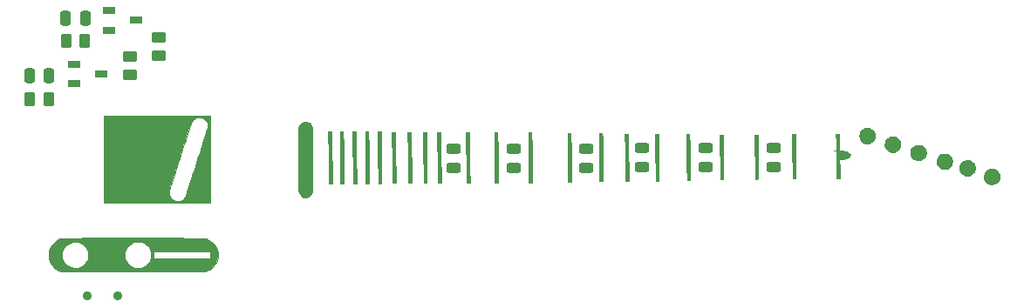
<source format=gbr>
%TF.GenerationSoftware,KiCad,Pcbnew,7.0.5-4d25ed1034~172~ubuntu22.04.1*%
%TF.CreationDate,2023-06-16T00:18:41+02:00*%
%TF.ProjectId,guitarra,67756974-6172-4726-912e-6b696361645f,rev?*%
%TF.SameCoordinates,Original*%
%TF.FileFunction,Soldermask,Top*%
%TF.FilePolarity,Negative*%
%FSLAX46Y46*%
G04 Gerber Fmt 4.6, Leading zero omitted, Abs format (unit mm)*
G04 Created by KiCad (PCBNEW 7.0.5-4d25ed1034~172~ubuntu22.04.1) date 2023-06-16 00:18:41*
%MOMM*%
%LPD*%
G01*
G04 APERTURE LIST*
G04 Aperture macros list*
%AMRoundRect*
0 Rectangle with rounded corners*
0 $1 Rounding radius*
0 $2 $3 $4 $5 $6 $7 $8 $9 X,Y pos of 4 corners*
0 Add a 4 corners polygon primitive as box body*
4,1,4,$2,$3,$4,$5,$6,$7,$8,$9,$2,$3,0*
0 Add four circle primitives for the rounded corners*
1,1,$1+$1,$2,$3*
1,1,$1+$1,$4,$5*
1,1,$1+$1,$6,$7*
1,1,$1+$1,$8,$9*
0 Add four rect primitives between the rounded corners*
20,1,$1+$1,$2,$3,$4,$5,0*
20,1,$1+$1,$4,$5,$6,$7,0*
20,1,$1+$1,$6,$7,$8,$9,0*
20,1,$1+$1,$8,$9,$2,$3,0*%
G04 Aperture macros list end*
%ADD10C,0.010000*%
%ADD11RoundRect,0.250000X-0.250000X-0.475000X0.250000X-0.475000X0.250000X0.475000X-0.250000X0.475000X0*%
%ADD12RoundRect,0.250000X-0.262500X-0.450000X0.262500X-0.450000X0.262500X0.450000X-0.262500X0.450000X0*%
%ADD13RoundRect,0.243750X-0.456250X0.243750X-0.456250X-0.243750X0.456250X-0.243750X0.456250X0.243750X0*%
%ADD14R,1.220000X0.650000*%
%ADD15RoundRect,0.243750X0.456250X-0.243750X0.456250X0.243750X-0.456250X0.243750X-0.456250X-0.243750X0*%
%ADD16RoundRect,0.250000X0.450000X-0.262500X0.450000X0.262500X-0.450000X0.262500X-0.450000X-0.262500X0*%
%ADD17RoundRect,0.250000X-0.450000X0.262500X-0.450000X-0.262500X0.450000X-0.262500X0.450000X0.262500X0*%
%ADD18C,0.900000*%
G04 APERTURE END LIST*
%TO.C,Ref\u002A\u002A*%
D10*
X175591633Y-52889632D02*
X175741675Y-52928746D01*
X175881476Y-52998165D01*
X176005501Y-53097834D01*
X176108212Y-53227698D01*
X176151701Y-53307868D01*
X176178493Y-53370416D01*
X176195177Y-53427965D01*
X176204031Y-53494004D01*
X176207332Y-53582024D01*
X176207611Y-53639084D01*
X176201715Y-53781471D01*
X176181168Y-53895178D01*
X176141369Y-53992645D01*
X176077712Y-54086315D01*
X176016091Y-54156716D01*
X175897535Y-54262885D01*
X175770036Y-54333503D01*
X175624145Y-54372733D01*
X175500378Y-54383950D01*
X175378621Y-54383079D01*
X175277788Y-54372511D01*
X175230362Y-54361245D01*
X175084354Y-54292815D01*
X174951624Y-54191038D01*
X174841348Y-54064702D01*
X174762704Y-53922594D01*
X174756963Y-53907935D01*
X174724501Y-53776681D01*
X174715361Y-53628783D01*
X174728795Y-53479794D01*
X174764056Y-53345269D01*
X174786430Y-53294402D01*
X174881630Y-53150542D01*
X174999813Y-53037314D01*
X175135442Y-52954663D01*
X175282980Y-52902536D01*
X175436890Y-52880877D01*
X175591633Y-52889632D01*
G36*
X175591633Y-52889632D02*
G01*
X175741675Y-52928746D01*
X175881476Y-52998165D01*
X176005501Y-53097834D01*
X176108212Y-53227698D01*
X176151701Y-53307868D01*
X176178493Y-53370416D01*
X176195177Y-53427965D01*
X176204031Y-53494004D01*
X176207332Y-53582024D01*
X176207611Y-53639084D01*
X176201715Y-53781471D01*
X176181168Y-53895178D01*
X176141369Y-53992645D01*
X176077712Y-54086315D01*
X176016091Y-54156716D01*
X175897535Y-54262885D01*
X175770036Y-54333503D01*
X175624145Y-54372733D01*
X175500378Y-54383950D01*
X175378621Y-54383079D01*
X175277788Y-54372511D01*
X175230362Y-54361245D01*
X175084354Y-54292815D01*
X174951624Y-54191038D01*
X174841348Y-54064702D01*
X174762704Y-53922594D01*
X174756963Y-53907935D01*
X174724501Y-53776681D01*
X174715361Y-53628783D01*
X174728795Y-53479794D01*
X174764056Y-53345269D01*
X174786430Y-53294402D01*
X174881630Y-53150542D01*
X174999813Y-53037314D01*
X175135442Y-52954663D01*
X175282980Y-52902536D01*
X175436890Y-52880877D01*
X175591633Y-52889632D01*
G37*
X183080565Y-55389155D02*
X183239170Y-55430293D01*
X183385567Y-55508608D01*
X183513375Y-55619345D01*
X183616214Y-55757751D01*
X183643504Y-55808525D01*
X183670643Y-55868640D01*
X183687612Y-55923445D01*
X183696708Y-55986130D01*
X183700224Y-56069890D01*
X183700611Y-56136750D01*
X183694715Y-56279138D01*
X183674168Y-56392844D01*
X183634369Y-56490311D01*
X183570712Y-56583981D01*
X183509091Y-56654382D01*
X183395001Y-56757600D01*
X183273341Y-56827162D01*
X183134118Y-56867389D01*
X182982268Y-56882193D01*
X182876420Y-56883296D01*
X182797272Y-56877249D01*
X182729512Y-56862093D01*
X182675278Y-56842911D01*
X182559367Y-56779661D01*
X182446033Y-56687067D01*
X182346569Y-56576612D01*
X182272266Y-56459777D01*
X182251409Y-56411917D01*
X182217869Y-56275602D01*
X182208372Y-56124529D01*
X182222238Y-55973736D01*
X182258785Y-55838263D01*
X182279430Y-55792069D01*
X182377986Y-55643925D01*
X182503316Y-55526819D01*
X182651344Y-55442801D01*
X182817991Y-55393922D01*
X182999178Y-55382234D01*
X183080565Y-55389155D01*
G36*
X183080565Y-55389155D02*
G01*
X183239170Y-55430293D01*
X183385567Y-55508608D01*
X183513375Y-55619345D01*
X183616214Y-55757751D01*
X183643504Y-55808525D01*
X183670643Y-55868640D01*
X183687612Y-55923445D01*
X183696708Y-55986130D01*
X183700224Y-56069890D01*
X183700611Y-56136750D01*
X183694715Y-56279138D01*
X183674168Y-56392844D01*
X183634369Y-56490311D01*
X183570712Y-56583981D01*
X183509091Y-56654382D01*
X183395001Y-56757600D01*
X183273341Y-56827162D01*
X183134118Y-56867389D01*
X182982268Y-56882193D01*
X182876420Y-56883296D01*
X182797272Y-56877249D01*
X182729512Y-56862093D01*
X182675278Y-56842911D01*
X182559367Y-56779661D01*
X182446033Y-56687067D01*
X182346569Y-56576612D01*
X182272266Y-56459777D01*
X182251409Y-56411917D01*
X182217869Y-56275602D01*
X182208372Y-56124529D01*
X182222238Y-55973736D01*
X182258785Y-55838263D01*
X182279430Y-55792069D01*
X182377986Y-55643925D01*
X182503316Y-55526819D01*
X182651344Y-55442801D01*
X182817991Y-55393922D01*
X182999178Y-55382234D01*
X183080565Y-55389155D01*
G37*
X185280714Y-56006042D02*
X185418400Y-56035507D01*
X185549134Y-56095296D01*
X185602963Y-56128719D01*
X185727045Y-56234976D01*
X185821686Y-56365745D01*
X185885870Y-56514166D01*
X185918581Y-56673380D01*
X185918803Y-56836527D01*
X185885518Y-56996746D01*
X185817709Y-57147178D01*
X185765195Y-57223430D01*
X185642304Y-57346113D01*
X185496078Y-57437030D01*
X185333825Y-57493368D01*
X185162850Y-57512313D01*
X185042095Y-57501854D01*
X184876792Y-57452759D01*
X184725843Y-57367306D01*
X184596433Y-57250855D01*
X184495745Y-57108771D01*
X184483043Y-57084542D01*
X184453351Y-57020484D01*
X184435026Y-56963778D01*
X184425351Y-56900237D01*
X184421610Y-56815673D01*
X184421115Y-56761167D01*
X184422405Y-56658788D01*
X184428757Y-56584377D01*
X184442629Y-56523645D01*
X184466479Y-56462308D01*
X184476194Y-56441127D01*
X184567164Y-56289736D01*
X184685616Y-56168723D01*
X184816903Y-56082922D01*
X184897066Y-56044008D01*
X184968638Y-56020739D01*
X185050613Y-56008146D01*
X185121730Y-56003158D01*
X185280714Y-56006042D01*
G36*
X185280714Y-56006042D02*
G01*
X185418400Y-56035507D01*
X185549134Y-56095296D01*
X185602963Y-56128719D01*
X185727045Y-56234976D01*
X185821686Y-56365745D01*
X185885870Y-56514166D01*
X185918581Y-56673380D01*
X185918803Y-56836527D01*
X185885518Y-56996746D01*
X185817709Y-57147178D01*
X185765195Y-57223430D01*
X185642304Y-57346113D01*
X185496078Y-57437030D01*
X185333825Y-57493368D01*
X185162850Y-57512313D01*
X185042095Y-57501854D01*
X184876792Y-57452759D01*
X184725843Y-57367306D01*
X184596433Y-57250855D01*
X184495745Y-57108771D01*
X184483043Y-57084542D01*
X184453351Y-57020484D01*
X184435026Y-56963778D01*
X184425351Y-56900237D01*
X184421610Y-56815673D01*
X184421115Y-56761167D01*
X184422405Y-56658788D01*
X184428757Y-56584377D01*
X184442629Y-56523645D01*
X184466479Y-56462308D01*
X184476194Y-56441127D01*
X184567164Y-56289736D01*
X184685616Y-56168723D01*
X184816903Y-56082922D01*
X184897066Y-56044008D01*
X184968638Y-56020739D01*
X185050613Y-56008146D01*
X185121730Y-56003158D01*
X185280714Y-56006042D01*
G37*
X187703865Y-56854947D02*
X187870937Y-56907107D01*
X187929854Y-56935595D01*
X188063045Y-57028629D01*
X188174079Y-57154988D01*
X188242366Y-57269167D01*
X188270082Y-57335959D01*
X188287654Y-57413801D01*
X188297789Y-57516161D01*
X188299842Y-57554917D01*
X188296882Y-57715724D01*
X188269276Y-57850893D01*
X188213165Y-57971666D01*
X188124690Y-58089284D01*
X188111237Y-58104243D01*
X187994040Y-58213153D01*
X187870392Y-58286116D01*
X187730081Y-58327760D01*
X187586544Y-58342117D01*
X187464787Y-58341246D01*
X187363955Y-58330678D01*
X187316528Y-58319411D01*
X187183189Y-58260852D01*
X187063959Y-58173961D01*
X186992847Y-58103537D01*
X186913690Y-58007546D01*
X186860481Y-57914490D01*
X186828874Y-57812177D01*
X186814524Y-57688417D01*
X186812389Y-57597250D01*
X186813771Y-57492806D01*
X186819567Y-57417287D01*
X186832005Y-57357341D01*
X186853314Y-57299615D01*
X186867163Y-57269167D01*
X186958202Y-57122564D01*
X187076254Y-57004587D01*
X187215582Y-56917037D01*
X187370451Y-56861712D01*
X187535124Y-56840416D01*
X187703865Y-56854947D01*
G36*
X187703865Y-56854947D02*
G01*
X187870937Y-56907107D01*
X187929854Y-56935595D01*
X188063045Y-57028629D01*
X188174079Y-57154988D01*
X188242366Y-57269167D01*
X188270082Y-57335959D01*
X188287654Y-57413801D01*
X188297789Y-57516161D01*
X188299842Y-57554917D01*
X188296882Y-57715724D01*
X188269276Y-57850893D01*
X188213165Y-57971666D01*
X188124690Y-58089284D01*
X188111237Y-58104243D01*
X187994040Y-58213153D01*
X187870392Y-58286116D01*
X187730081Y-58327760D01*
X187586544Y-58342117D01*
X187464787Y-58341246D01*
X187363955Y-58330678D01*
X187316528Y-58319411D01*
X187183189Y-58260852D01*
X187063959Y-58173961D01*
X186992847Y-58103537D01*
X186913690Y-58007546D01*
X186860481Y-57914490D01*
X186828874Y-57812177D01*
X186814524Y-57688417D01*
X186812389Y-57597250D01*
X186813771Y-57492806D01*
X186819567Y-57417287D01*
X186832005Y-57357341D01*
X186853314Y-57299615D01*
X186867163Y-57269167D01*
X186958202Y-57122564D01*
X187076254Y-57004587D01*
X187215582Y-56917037D01*
X187370451Y-56861712D01*
X187535124Y-56840416D01*
X187703865Y-56854947D01*
G37*
X178023645Y-53705253D02*
X178098008Y-53713086D01*
X178160529Y-53729483D01*
X178226395Y-53757176D01*
X178229167Y-53758487D01*
X178380077Y-53848312D01*
X178498088Y-53960879D01*
X178589020Y-54101814D01*
X178593403Y-54110605D01*
X178625842Y-54179796D01*
X178646293Y-54236652D01*
X178657492Y-54295059D01*
X178662176Y-54368903D01*
X178663083Y-54464258D01*
X178662199Y-54563589D01*
X178657695Y-54633831D01*
X178646794Y-54688222D01*
X178626715Y-54739997D01*
X178594683Y-54802392D01*
X178590485Y-54810151D01*
X178487248Y-54959896D01*
X178359242Y-55075793D01*
X178208703Y-55156412D01*
X178037869Y-55200323D01*
X177969664Y-55206997D01*
X177863683Y-55207528D01*
X177766011Y-55198204D01*
X177719671Y-55188419D01*
X177552612Y-55120546D01*
X177411719Y-55021249D01*
X177300015Y-54894553D01*
X177220525Y-54744484D01*
X177176273Y-54575066D01*
X177167841Y-54454032D01*
X177186980Y-54270206D01*
X177242980Y-54106942D01*
X177334999Y-53965555D01*
X177462190Y-53847360D01*
X177614367Y-53757973D01*
X177681779Y-53729919D01*
X177745533Y-53713264D01*
X177820968Y-53705283D01*
X177922250Y-53703249D01*
X178023645Y-53705253D01*
G36*
X178023645Y-53705253D02*
G01*
X178098008Y-53713086D01*
X178160529Y-53729483D01*
X178226395Y-53757176D01*
X178229167Y-53758487D01*
X178380077Y-53848312D01*
X178498088Y-53960879D01*
X178589020Y-54101814D01*
X178593403Y-54110605D01*
X178625842Y-54179796D01*
X178646293Y-54236652D01*
X178657492Y-54295059D01*
X178662176Y-54368903D01*
X178663083Y-54464258D01*
X178662199Y-54563589D01*
X178657695Y-54633831D01*
X178646794Y-54688222D01*
X178626715Y-54739997D01*
X178594683Y-54802392D01*
X178590485Y-54810151D01*
X178487248Y-54959896D01*
X178359242Y-55075793D01*
X178208703Y-55156412D01*
X178037869Y-55200323D01*
X177969664Y-55206997D01*
X177863683Y-55207528D01*
X177766011Y-55198204D01*
X177719671Y-55188419D01*
X177552612Y-55120546D01*
X177411719Y-55021249D01*
X177300015Y-54894553D01*
X177220525Y-54744484D01*
X177176273Y-54575066D01*
X177167841Y-54454032D01*
X177186980Y-54270206D01*
X177242980Y-54106942D01*
X177334999Y-53965555D01*
X177462190Y-53847360D01*
X177614367Y-53757973D01*
X177681779Y-53729919D01*
X177745533Y-53713264D01*
X177820968Y-53705283D01*
X177922250Y-53703249D01*
X178023645Y-53705253D01*
G37*
X180521746Y-54529274D02*
X180594442Y-54534451D01*
X180651175Y-54546027D01*
X180705115Y-54566413D01*
X180751296Y-54588750D01*
X180899865Y-54687281D01*
X181023900Y-54817927D01*
X181101146Y-54940834D01*
X181129177Y-54999835D01*
X181146781Y-55052577D01*
X181156324Y-55112089D01*
X181160174Y-55191401D01*
X181160750Y-55268917D01*
X181159429Y-55372011D01*
X181153931Y-55446016D01*
X181141953Y-55504131D01*
X181121194Y-55559560D01*
X181103504Y-55597142D01*
X181006056Y-55749616D01*
X180879722Y-55872367D01*
X180728431Y-55962419D01*
X180556113Y-56016795D01*
X180547470Y-56018440D01*
X180476554Y-56031244D01*
X180428392Y-56037107D01*
X180385281Y-56036119D01*
X180329518Y-56028367D01*
X180278358Y-56019787D01*
X180178948Y-55991664D01*
X180069149Y-55942887D01*
X179964465Y-55881790D01*
X179880399Y-55816705D01*
X179858215Y-55793956D01*
X179757775Y-55650096D01*
X179693111Y-55492494D01*
X179664014Y-55327574D01*
X179670275Y-55161761D01*
X179711684Y-55001478D01*
X179788033Y-54853149D01*
X179892901Y-54729004D01*
X179993672Y-54642224D01*
X180087744Y-54583594D01*
X180187783Y-54548284D01*
X180306453Y-54531468D01*
X180419917Y-54528084D01*
X180521746Y-54529274D01*
G36*
X180521746Y-54529274D02*
G01*
X180594442Y-54534451D01*
X180651175Y-54546027D01*
X180705115Y-54566413D01*
X180751296Y-54588750D01*
X180899865Y-54687281D01*
X181023900Y-54817927D01*
X181101146Y-54940834D01*
X181129177Y-54999835D01*
X181146781Y-55052577D01*
X181156324Y-55112089D01*
X181160174Y-55191401D01*
X181160750Y-55268917D01*
X181159429Y-55372011D01*
X181153931Y-55446016D01*
X181141953Y-55504131D01*
X181121194Y-55559560D01*
X181103504Y-55597142D01*
X181006056Y-55749616D01*
X180879722Y-55872367D01*
X180728431Y-55962419D01*
X180556113Y-56016795D01*
X180547470Y-56018440D01*
X180476554Y-56031244D01*
X180428392Y-56037107D01*
X180385281Y-56036119D01*
X180329518Y-56028367D01*
X180278358Y-56019787D01*
X180178948Y-55991664D01*
X180069149Y-55942887D01*
X179964465Y-55881790D01*
X179880399Y-55816705D01*
X179858215Y-55793956D01*
X179757775Y-55650096D01*
X179693111Y-55492494D01*
X179664014Y-55327574D01*
X179670275Y-55161761D01*
X179711684Y-55001478D01*
X179788033Y-54853149D01*
X179892901Y-54729004D01*
X179993672Y-54642224D01*
X180087744Y-54583594D01*
X180187783Y-54548284D01*
X180306453Y-54531468D01*
X180419917Y-54528084D01*
X180521746Y-54529274D01*
G37*
X152247083Y-53448584D02*
X152279999Y-55734584D01*
X152284412Y-56041844D01*
X152288630Y-56337010D01*
X152292616Y-56617351D01*
X152296331Y-56880136D01*
X152299737Y-57122636D01*
X152302797Y-57342120D01*
X152305472Y-57535858D01*
X152307725Y-57701121D01*
X152309519Y-57835177D01*
X152310814Y-57935297D01*
X152311573Y-57998751D01*
X152311759Y-58022808D01*
X152311749Y-58022948D01*
X152291794Y-58025646D01*
X152240214Y-58030580D01*
X152167595Y-58036748D01*
X152157125Y-58037591D01*
X152003667Y-58049870D01*
X152003210Y-57887060D01*
X152002813Y-57842245D01*
X152001793Y-57758372D01*
X152000195Y-57638712D01*
X151998069Y-57486537D01*
X151995462Y-57305116D01*
X151992422Y-57097722D01*
X151988998Y-56867623D01*
X151985237Y-56618092D01*
X151981186Y-56352398D01*
X151976896Y-56073813D01*
X151972412Y-55785607D01*
X151971945Y-55755750D01*
X151967441Y-55466400D01*
X151963124Y-55186093D01*
X151959043Y-54918125D01*
X151955247Y-54665796D01*
X151951782Y-54432402D01*
X151948697Y-54221241D01*
X151946041Y-54035610D01*
X151943861Y-53878807D01*
X151942206Y-53754129D01*
X151941123Y-53664874D01*
X151940662Y-53614340D01*
X151940652Y-53611698D01*
X151940167Y-53436146D01*
X152247083Y-53448584D01*
G36*
X152247083Y-53448584D02*
G01*
X152279999Y-55734584D01*
X152284412Y-56041844D01*
X152288630Y-56337010D01*
X152292616Y-56617351D01*
X152296331Y-56880136D01*
X152299737Y-57122636D01*
X152302797Y-57342120D01*
X152305472Y-57535858D01*
X152307725Y-57701121D01*
X152309519Y-57835177D01*
X152310814Y-57935297D01*
X152311573Y-57998751D01*
X152311759Y-58022808D01*
X152311749Y-58022948D01*
X152291794Y-58025646D01*
X152240214Y-58030580D01*
X152167595Y-58036748D01*
X152157125Y-58037591D01*
X152003667Y-58049870D01*
X152003210Y-57887060D01*
X152002813Y-57842245D01*
X152001793Y-57758372D01*
X152000195Y-57638712D01*
X151998069Y-57486537D01*
X151995462Y-57305116D01*
X151992422Y-57097722D01*
X151988998Y-56867623D01*
X151985237Y-56618092D01*
X151981186Y-56352398D01*
X151976896Y-56073813D01*
X151972412Y-55785607D01*
X151971945Y-55755750D01*
X151967441Y-55466400D01*
X151963124Y-55186093D01*
X151959043Y-54918125D01*
X151955247Y-54665796D01*
X151951782Y-54432402D01*
X151948697Y-54221241D01*
X151946041Y-54035610D01*
X151943861Y-53878807D01*
X151942206Y-53754129D01*
X151941123Y-53664874D01*
X151940662Y-53614340D01*
X151940652Y-53611698D01*
X151940167Y-53436146D01*
X152247083Y-53448584D01*
G37*
X139579812Y-53580875D02*
X139580144Y-53660597D01*
X139581084Y-53778552D01*
X139582575Y-53930644D01*
X139584563Y-54112778D01*
X139586991Y-54320857D01*
X139589805Y-54550787D01*
X139592948Y-54798472D01*
X139596365Y-55059816D01*
X139600000Y-55330724D01*
X139603798Y-55607100D01*
X139607704Y-55884849D01*
X139611661Y-56159875D01*
X139615615Y-56428083D01*
X139619509Y-56685377D01*
X139623288Y-56927661D01*
X139626896Y-57150841D01*
X139630279Y-57350820D01*
X139633079Y-57507292D01*
X139645903Y-58200500D01*
X139485833Y-58200500D01*
X139395999Y-58197987D01*
X139343972Y-58189979D01*
X139325497Y-58175775D01*
X139325332Y-58174042D01*
X139322660Y-58006166D01*
X139319654Y-57811089D01*
X139316360Y-57592314D01*
X139312827Y-57353346D01*
X139309103Y-57097690D01*
X139305237Y-56828850D01*
X139301275Y-56550332D01*
X139297267Y-56265640D01*
X139293259Y-55978278D01*
X139289300Y-55691752D01*
X139285439Y-55409566D01*
X139281722Y-55135225D01*
X139278199Y-54872233D01*
X139274916Y-54624096D01*
X139271923Y-54394317D01*
X139269267Y-54186403D01*
X139266995Y-54003856D01*
X139265157Y-53850183D01*
X139263799Y-53728887D01*
X139262971Y-53643474D01*
X139262719Y-53602042D01*
X139262262Y-53289834D01*
X139579762Y-53289834D01*
X139579812Y-53580875D01*
G36*
X139579812Y-53580875D02*
G01*
X139580144Y-53660597D01*
X139581084Y-53778552D01*
X139582575Y-53930644D01*
X139584563Y-54112778D01*
X139586991Y-54320857D01*
X139589805Y-54550787D01*
X139592948Y-54798472D01*
X139596365Y-55059816D01*
X139600000Y-55330724D01*
X139603798Y-55607100D01*
X139607704Y-55884849D01*
X139611661Y-56159875D01*
X139615615Y-56428083D01*
X139619509Y-56685377D01*
X139623288Y-56927661D01*
X139626896Y-57150841D01*
X139630279Y-57350820D01*
X139633079Y-57507292D01*
X139645903Y-58200500D01*
X139485833Y-58200500D01*
X139395999Y-58197987D01*
X139343972Y-58189979D01*
X139325497Y-58175775D01*
X139325332Y-58174042D01*
X139322660Y-58006166D01*
X139319654Y-57811089D01*
X139316360Y-57592314D01*
X139312827Y-57353346D01*
X139309103Y-57097690D01*
X139305237Y-56828850D01*
X139301275Y-56550332D01*
X139297267Y-56265640D01*
X139293259Y-55978278D01*
X139289300Y-55691752D01*
X139285439Y-55409566D01*
X139281722Y-55135225D01*
X139278199Y-54872233D01*
X139274916Y-54624096D01*
X139271923Y-54394317D01*
X139269267Y-54186403D01*
X139266995Y-54003856D01*
X139265157Y-53850183D01*
X139263799Y-53728887D01*
X139262971Y-53643474D01*
X139262719Y-53602042D01*
X139262262Y-53289834D01*
X139579762Y-53289834D01*
X139579812Y-53580875D01*
G37*
X155179155Y-53676125D02*
X155179555Y-53732071D01*
X155180576Y-53826938D01*
X155182171Y-53957318D01*
X155184292Y-54119806D01*
X155186892Y-54310993D01*
X155189923Y-54527473D01*
X155193337Y-54765839D01*
X155197085Y-55022683D01*
X155201121Y-55294599D01*
X155205397Y-55578179D01*
X155209865Y-55870017D01*
X155210388Y-55903917D01*
X155214836Y-56192222D01*
X155219101Y-56469662D01*
X155223138Y-56733155D01*
X155226900Y-56979622D01*
X155230340Y-57205983D01*
X155233411Y-57409158D01*
X155236068Y-57586069D01*
X155238264Y-57733634D01*
X155239952Y-57848775D01*
X155241085Y-57928410D01*
X155241618Y-57969462D01*
X155241650Y-57972959D01*
X155242167Y-58052334D01*
X154924667Y-58052334D01*
X154924667Y-57699924D01*
X154924321Y-57607289D01*
X154923325Y-57476806D01*
X154921743Y-57312955D01*
X154919638Y-57120215D01*
X154917072Y-56903066D01*
X154914108Y-56665988D01*
X154910811Y-56413459D01*
X154907241Y-56149959D01*
X154903464Y-55879968D01*
X154899541Y-55607966D01*
X154895536Y-55338432D01*
X154891511Y-55075845D01*
X154887531Y-54824685D01*
X154883657Y-54589432D01*
X154879953Y-54374564D01*
X154876482Y-54184563D01*
X154873307Y-54023906D01*
X154872213Y-53972459D01*
X154860564Y-53438000D01*
X155178667Y-53438000D01*
X155179155Y-53676125D01*
G36*
X155179155Y-53676125D02*
G01*
X155179555Y-53732071D01*
X155180576Y-53826938D01*
X155182171Y-53957318D01*
X155184292Y-54119806D01*
X155186892Y-54310993D01*
X155189923Y-54527473D01*
X155193337Y-54765839D01*
X155197085Y-55022683D01*
X155201121Y-55294599D01*
X155205397Y-55578179D01*
X155209865Y-55870017D01*
X155210388Y-55903917D01*
X155214836Y-56192222D01*
X155219101Y-56469662D01*
X155223138Y-56733155D01*
X155226900Y-56979622D01*
X155230340Y-57205983D01*
X155233411Y-57409158D01*
X155236068Y-57586069D01*
X155238264Y-57733634D01*
X155239952Y-57848775D01*
X155241085Y-57928410D01*
X155241618Y-57969462D01*
X155241650Y-57972959D01*
X155242167Y-58052334D01*
X154924667Y-58052334D01*
X154924667Y-57699924D01*
X154924321Y-57607289D01*
X154923325Y-57476806D01*
X154921743Y-57312955D01*
X154919638Y-57120215D01*
X154917072Y-56903066D01*
X154914108Y-56665988D01*
X154910811Y-56413459D01*
X154907241Y-56149959D01*
X154903464Y-55879968D01*
X154899541Y-55607966D01*
X154895536Y-55338432D01*
X154891511Y-55075845D01*
X154887531Y-54824685D01*
X154883657Y-54589432D01*
X154879953Y-54374564D01*
X154876482Y-54184563D01*
X154873307Y-54023906D01*
X154872213Y-53972459D01*
X154860564Y-53438000D01*
X155178667Y-53438000D01*
X155179155Y-53676125D01*
G37*
X149745723Y-53762006D02*
X149746142Y-53836287D01*
X149747182Y-53949167D01*
X149748796Y-54096915D01*
X149750934Y-54275803D01*
X149753546Y-54482099D01*
X149756585Y-54712075D01*
X149760000Y-54962000D01*
X149763742Y-55228146D01*
X149767762Y-55506782D01*
X149772012Y-55794178D01*
X149775928Y-56053079D01*
X149780204Y-56335445D01*
X149784215Y-56605491D01*
X149787922Y-56860249D01*
X149791283Y-57096753D01*
X149794261Y-57312034D01*
X149796815Y-57503126D01*
X149798906Y-57667061D01*
X149800494Y-57800871D01*
X149801540Y-57901590D01*
X149802004Y-57966250D01*
X149801847Y-57991883D01*
X149801788Y-57992193D01*
X149780509Y-57995005D01*
X149727842Y-58000031D01*
X149654611Y-58006248D01*
X149644584Y-58007055D01*
X149491126Y-58019334D01*
X149491066Y-57729524D01*
X149490705Y-57648334D01*
X149489688Y-57529082D01*
X149488078Y-57376033D01*
X149485936Y-57193450D01*
X149483325Y-56985600D01*
X149480306Y-56756748D01*
X149476941Y-56511157D01*
X149473294Y-56253093D01*
X149469425Y-55986821D01*
X149465396Y-55716605D01*
X149461270Y-55446712D01*
X149457109Y-55181404D01*
X149452975Y-54924948D01*
X149448930Y-54681608D01*
X149445036Y-54455649D01*
X149441354Y-54251337D01*
X149437948Y-54072935D01*
X149437658Y-54058339D01*
X149424674Y-53407464D01*
X149745126Y-53407464D01*
X149745723Y-53762006D01*
G36*
X149745723Y-53762006D02*
G01*
X149746142Y-53836287D01*
X149747182Y-53949167D01*
X149748796Y-54096915D01*
X149750934Y-54275803D01*
X149753546Y-54482099D01*
X149756585Y-54712075D01*
X149760000Y-54962000D01*
X149763742Y-55228146D01*
X149767762Y-55506782D01*
X149772012Y-55794178D01*
X149775928Y-56053079D01*
X149780204Y-56335445D01*
X149784215Y-56605491D01*
X149787922Y-56860249D01*
X149791283Y-57096753D01*
X149794261Y-57312034D01*
X149796815Y-57503126D01*
X149798906Y-57667061D01*
X149800494Y-57800871D01*
X149801540Y-57901590D01*
X149802004Y-57966250D01*
X149801847Y-57991883D01*
X149801788Y-57992193D01*
X149780509Y-57995005D01*
X149727842Y-58000031D01*
X149654611Y-58006248D01*
X149644584Y-58007055D01*
X149491126Y-58019334D01*
X149491066Y-57729524D01*
X149490705Y-57648334D01*
X149489688Y-57529082D01*
X149488078Y-57376033D01*
X149485936Y-57193450D01*
X149483325Y-56985600D01*
X149480306Y-56756748D01*
X149476941Y-56511157D01*
X149473294Y-56253093D01*
X149469425Y-55986821D01*
X149465396Y-55716605D01*
X149461270Y-55446712D01*
X149457109Y-55181404D01*
X149452975Y-54924948D01*
X149448930Y-54681608D01*
X149445036Y-54455649D01*
X149441354Y-54251337D01*
X149437948Y-54072935D01*
X149437658Y-54058339D01*
X149424674Y-53407464D01*
X149745126Y-53407464D01*
X149745723Y-53762006D01*
G37*
X123471000Y-53507667D02*
X123471310Y-53593087D01*
X123472207Y-53716747D01*
X123473636Y-53874562D01*
X123475546Y-54062442D01*
X123477883Y-54276301D01*
X123480595Y-54512051D01*
X123483628Y-54765604D01*
X123486930Y-55032874D01*
X123490447Y-55309772D01*
X123494128Y-55592211D01*
X123497919Y-55876104D01*
X123501767Y-56157363D01*
X123505619Y-56431900D01*
X123509423Y-56695628D01*
X123513125Y-56944460D01*
X123516674Y-57174309D01*
X123520015Y-57381085D01*
X123523096Y-57560703D01*
X123524238Y-57623709D01*
X123536841Y-58306334D01*
X123219594Y-58306334D01*
X123208660Y-58216375D01*
X123207007Y-58183530D01*
X123205028Y-58111175D01*
X123202761Y-58002131D01*
X123200245Y-57859220D01*
X123197518Y-57685264D01*
X123194619Y-57483084D01*
X123191586Y-57255502D01*
X123188459Y-57005340D01*
X123185276Y-56735419D01*
X123182076Y-56448560D01*
X123178897Y-56147586D01*
X123175777Y-55835318D01*
X123175112Y-55766334D01*
X123172014Y-55451488D01*
X123168858Y-55146989D01*
X123165683Y-54855691D01*
X123162528Y-54580450D01*
X123159429Y-54324119D01*
X123156425Y-54089553D01*
X123153554Y-53879607D01*
X123150854Y-53697135D01*
X123148363Y-53544993D01*
X123146119Y-53426034D01*
X123144159Y-53343113D01*
X123142522Y-53299084D01*
X123142230Y-53295125D01*
X123131963Y-53184000D01*
X123471000Y-53184000D01*
X123471000Y-53507667D01*
G36*
X123471000Y-53507667D02*
G01*
X123471310Y-53593087D01*
X123472207Y-53716747D01*
X123473636Y-53874562D01*
X123475546Y-54062442D01*
X123477883Y-54276301D01*
X123480595Y-54512051D01*
X123483628Y-54765604D01*
X123486930Y-55032874D01*
X123490447Y-55309772D01*
X123494128Y-55592211D01*
X123497919Y-55876104D01*
X123501767Y-56157363D01*
X123505619Y-56431900D01*
X123509423Y-56695628D01*
X123513125Y-56944460D01*
X123516674Y-57174309D01*
X123520015Y-57381085D01*
X123523096Y-57560703D01*
X123524238Y-57623709D01*
X123536841Y-58306334D01*
X123219594Y-58306334D01*
X123208660Y-58216375D01*
X123207007Y-58183530D01*
X123205028Y-58111175D01*
X123202761Y-58002131D01*
X123200245Y-57859220D01*
X123197518Y-57685264D01*
X123194619Y-57483084D01*
X123191586Y-57255502D01*
X123188459Y-57005340D01*
X123185276Y-56735419D01*
X123182076Y-56448560D01*
X123178897Y-56147586D01*
X123175777Y-55835318D01*
X123175112Y-55766334D01*
X123172014Y-55451488D01*
X123168858Y-55146989D01*
X123165683Y-54855691D01*
X123162528Y-54580450D01*
X123159429Y-54324119D01*
X123156425Y-54089553D01*
X123153554Y-53879607D01*
X123150854Y-53697135D01*
X123148363Y-53544993D01*
X123146119Y-53426034D01*
X123144159Y-53343113D01*
X123142522Y-53299084D01*
X123142230Y-53295125D01*
X123131963Y-53184000D01*
X123471000Y-53184000D01*
X123471000Y-53507667D01*
G37*
X161452166Y-54120625D02*
X161456443Y-54308198D01*
X161460780Y-54516606D01*
X161465133Y-54742345D01*
X161469456Y-54981909D01*
X161473705Y-55231792D01*
X161477834Y-55488488D01*
X161481798Y-55748492D01*
X161485552Y-56008299D01*
X161489051Y-56264402D01*
X161492251Y-56513297D01*
X161495106Y-56751477D01*
X161497570Y-56975437D01*
X161499600Y-57181671D01*
X161501150Y-57366674D01*
X161502174Y-57526940D01*
X161502629Y-57658964D01*
X161502468Y-57759239D01*
X161501648Y-57824261D01*
X161500122Y-57850524D01*
X161500088Y-57850618D01*
X161481216Y-57869377D01*
X161437340Y-57879583D01*
X161360386Y-57882969D01*
X161349414Y-57883000D01*
X161211167Y-57883000D01*
X161210745Y-57729542D01*
X161210334Y-57685493D01*
X161209261Y-57602479D01*
X161207581Y-57483858D01*
X161205344Y-57332993D01*
X161202603Y-57153245D01*
X161199411Y-56947973D01*
X161195819Y-56720540D01*
X161191880Y-56474306D01*
X161187646Y-56212632D01*
X161183169Y-55938878D01*
X161179447Y-55713417D01*
X161174815Y-55432717D01*
X161170384Y-55161619D01*
X161166205Y-54903462D01*
X161162331Y-54661581D01*
X161158813Y-54439314D01*
X161155704Y-54239997D01*
X161153057Y-54066968D01*
X161150922Y-53923562D01*
X161149352Y-53813117D01*
X161148400Y-53738970D01*
X161148118Y-53707875D01*
X161147667Y-53565000D01*
X161438806Y-53565000D01*
X161452166Y-54120625D01*
G36*
X161452166Y-54120625D02*
G01*
X161456443Y-54308198D01*
X161460780Y-54516606D01*
X161465133Y-54742345D01*
X161469456Y-54981909D01*
X161473705Y-55231792D01*
X161477834Y-55488488D01*
X161481798Y-55748492D01*
X161485552Y-56008299D01*
X161489051Y-56264402D01*
X161492251Y-56513297D01*
X161495106Y-56751477D01*
X161497570Y-56975437D01*
X161499600Y-57181671D01*
X161501150Y-57366674D01*
X161502174Y-57526940D01*
X161502629Y-57658964D01*
X161502468Y-57759239D01*
X161501648Y-57824261D01*
X161500122Y-57850524D01*
X161500088Y-57850618D01*
X161481216Y-57869377D01*
X161437340Y-57879583D01*
X161360386Y-57882969D01*
X161349414Y-57883000D01*
X161211167Y-57883000D01*
X161210745Y-57729542D01*
X161210334Y-57685493D01*
X161209261Y-57602479D01*
X161207581Y-57483858D01*
X161205344Y-57332993D01*
X161202603Y-57153245D01*
X161199411Y-56947973D01*
X161195819Y-56720540D01*
X161191880Y-56474306D01*
X161187646Y-56212632D01*
X161183169Y-55938878D01*
X161179447Y-55713417D01*
X161174815Y-55432717D01*
X161170384Y-55161619D01*
X161166205Y-54903462D01*
X161162331Y-54661581D01*
X161158813Y-54439314D01*
X161155704Y-54239997D01*
X161153057Y-54066968D01*
X161150922Y-53923562D01*
X161149352Y-53813117D01*
X161148400Y-53738970D01*
X161148118Y-53707875D01*
X161147667Y-53565000D01*
X161438806Y-53565000D01*
X161452166Y-54120625D01*
G37*
X129547508Y-53290481D02*
X129604067Y-53292193D01*
X129630623Y-53294627D01*
X129631415Y-53295125D01*
X129632203Y-53318756D01*
X129633488Y-53381338D01*
X129635223Y-53479494D01*
X129637363Y-53609846D01*
X129639859Y-53769016D01*
X129642667Y-53953624D01*
X129645739Y-54160295D01*
X129649028Y-54385649D01*
X129652489Y-54626308D01*
X129656074Y-54878894D01*
X129659737Y-55140029D01*
X129663431Y-55406336D01*
X129667110Y-55674436D01*
X129670728Y-55940950D01*
X129674237Y-56202502D01*
X129677591Y-56455712D01*
X129680744Y-56697204D01*
X129683648Y-56923597D01*
X129686258Y-57131516D01*
X129688527Y-57317581D01*
X129690408Y-57478415D01*
X129691855Y-57610639D01*
X129692821Y-57710876D01*
X129693259Y-57775747D01*
X129693277Y-57782459D01*
X129694000Y-58200500D01*
X129376500Y-58200500D01*
X129376523Y-57835375D01*
X129376202Y-57742966D01*
X129375269Y-57612525D01*
X129373781Y-57448348D01*
X129371794Y-57254731D01*
X129369366Y-57035971D01*
X129366554Y-56796362D01*
X129363415Y-56540203D01*
X129360006Y-56271788D01*
X129356383Y-55995413D01*
X129352604Y-55715375D01*
X129348727Y-55435970D01*
X129344807Y-55161494D01*
X129340902Y-54896243D01*
X129337070Y-54644513D01*
X129333366Y-54410600D01*
X129329849Y-54198800D01*
X129326575Y-54013409D01*
X129323974Y-53877209D01*
X129312218Y-53289833D01*
X129471359Y-53289833D01*
X129547508Y-53290481D01*
G36*
X129547508Y-53290481D02*
G01*
X129604067Y-53292193D01*
X129630623Y-53294627D01*
X129631415Y-53295125D01*
X129632203Y-53318756D01*
X129633488Y-53381338D01*
X129635223Y-53479494D01*
X129637363Y-53609846D01*
X129639859Y-53769016D01*
X129642667Y-53953624D01*
X129645739Y-54160295D01*
X129649028Y-54385649D01*
X129652489Y-54626308D01*
X129656074Y-54878894D01*
X129659737Y-55140029D01*
X129663431Y-55406336D01*
X129667110Y-55674436D01*
X129670728Y-55940950D01*
X129674237Y-56202502D01*
X129677591Y-56455712D01*
X129680744Y-56697204D01*
X129683648Y-56923597D01*
X129686258Y-57131516D01*
X129688527Y-57317581D01*
X129690408Y-57478415D01*
X129691855Y-57610639D01*
X129692821Y-57710876D01*
X129693259Y-57775747D01*
X129693277Y-57782459D01*
X129694000Y-58200500D01*
X129376500Y-58200500D01*
X129376523Y-57835375D01*
X129376202Y-57742966D01*
X129375269Y-57612525D01*
X129373781Y-57448348D01*
X129371794Y-57254731D01*
X129369366Y-57035971D01*
X129366554Y-56796362D01*
X129363415Y-56540203D01*
X129360006Y-56271788D01*
X129356383Y-55995413D01*
X129352604Y-55715375D01*
X129348727Y-55435970D01*
X129344807Y-55161494D01*
X129340902Y-54896243D01*
X129337070Y-54644513D01*
X129333366Y-54410600D01*
X129329849Y-54198800D01*
X129326575Y-54013409D01*
X129323974Y-53877209D01*
X129312218Y-53289833D01*
X129471359Y-53289833D01*
X129547508Y-53290481D01*
G37*
X136733885Y-53290487D02*
X136790300Y-53292215D01*
X136816685Y-53294668D01*
X136817424Y-53295125D01*
X136818370Y-53317795D01*
X136819799Y-53379391D01*
X136821663Y-53476506D01*
X136823915Y-53605735D01*
X136826509Y-53763674D01*
X136829397Y-53946918D01*
X136832531Y-54152061D01*
X136835865Y-54375699D01*
X136839352Y-54614425D01*
X136842945Y-54864836D01*
X136846596Y-55123526D01*
X136850258Y-55387089D01*
X136853884Y-55652121D01*
X136857427Y-55915217D01*
X136860840Y-56172972D01*
X136864076Y-56421979D01*
X136867087Y-56658836D01*
X136869826Y-56880135D01*
X136872247Y-57082472D01*
X136874302Y-57262443D01*
X136875944Y-57416641D01*
X136877126Y-57541663D01*
X136877801Y-57634101D01*
X136877931Y-57666042D01*
X136879165Y-58200500D01*
X136561665Y-58200500D01*
X136561705Y-57771875D01*
X136561395Y-57671190D01*
X136560486Y-57532610D01*
X136559035Y-57360568D01*
X136557100Y-57159499D01*
X136554736Y-56933835D01*
X136552000Y-56688009D01*
X136548950Y-56426456D01*
X136545641Y-56153608D01*
X136542131Y-55873900D01*
X136538476Y-55591763D01*
X136534732Y-55311633D01*
X136530957Y-55037942D01*
X136527207Y-54775123D01*
X136523539Y-54527610D01*
X136520009Y-54299837D01*
X136516675Y-54096237D01*
X136513592Y-53921243D01*
X136510818Y-53779288D01*
X136510425Y-53760792D01*
X136500284Y-53289834D01*
X136657975Y-53289834D01*
X136733885Y-53290487D01*
G36*
X136733885Y-53290487D02*
G01*
X136790300Y-53292215D01*
X136816685Y-53294668D01*
X136817424Y-53295125D01*
X136818370Y-53317795D01*
X136819799Y-53379391D01*
X136821663Y-53476506D01*
X136823915Y-53605735D01*
X136826509Y-53763674D01*
X136829397Y-53946918D01*
X136832531Y-54152061D01*
X136835865Y-54375699D01*
X136839352Y-54614425D01*
X136842945Y-54864836D01*
X136846596Y-55123526D01*
X136850258Y-55387089D01*
X136853884Y-55652121D01*
X136857427Y-55915217D01*
X136860840Y-56172972D01*
X136864076Y-56421979D01*
X136867087Y-56658836D01*
X136869826Y-56880135D01*
X136872247Y-57082472D01*
X136874302Y-57262443D01*
X136875944Y-57416641D01*
X136877126Y-57541663D01*
X136877801Y-57634101D01*
X136877931Y-57666042D01*
X136879165Y-58200500D01*
X136561665Y-58200500D01*
X136561705Y-57771875D01*
X136561395Y-57671190D01*
X136560486Y-57532610D01*
X136559035Y-57360568D01*
X136557100Y-57159499D01*
X136554736Y-56933835D01*
X136552000Y-56688009D01*
X136548950Y-56426456D01*
X136545641Y-56153608D01*
X136542131Y-55873900D01*
X136538476Y-55591763D01*
X136534732Y-55311633D01*
X136530957Y-55037942D01*
X136527207Y-54775123D01*
X136523539Y-54527610D01*
X136520009Y-54299837D01*
X136516675Y-54096237D01*
X136513592Y-53921243D01*
X136510818Y-53779288D01*
X136510425Y-53760792D01*
X136500284Y-53289834D01*
X136657975Y-53289834D01*
X136733885Y-53290487D01*
G37*
X168471250Y-53877209D02*
X168471592Y-53971660D01*
X168472607Y-54103734D01*
X168474225Y-54268725D01*
X168476380Y-54461929D01*
X168479002Y-54678639D01*
X168482024Y-54914153D01*
X168485377Y-55163764D01*
X168488994Y-55422768D01*
X168492806Y-55686459D01*
X168496745Y-55950134D01*
X168500743Y-56209088D01*
X168504732Y-56458614D01*
X168508643Y-56694009D01*
X168512410Y-56910568D01*
X168515962Y-57103586D01*
X168519233Y-57268358D01*
X168522154Y-57400179D01*
X168522441Y-57412042D01*
X168532385Y-57819500D01*
X168385846Y-57819500D01*
X168308269Y-57818354D01*
X168263148Y-57812909D01*
X168240626Y-57800159D01*
X168230846Y-57777098D01*
X168229729Y-57771875D01*
X168228088Y-57744148D01*
X168226043Y-57677141D01*
X168223642Y-57573906D01*
X168220936Y-57437494D01*
X168217974Y-57270957D01*
X168214806Y-57077345D01*
X168211481Y-56859709D01*
X168208051Y-56621102D01*
X168204563Y-56364574D01*
X168201068Y-56093177D01*
X168197616Y-55809962D01*
X168197226Y-55776917D01*
X168193735Y-55489401D01*
X168190153Y-55211133D01*
X168186532Y-54945407D01*
X168182928Y-54695519D01*
X168179393Y-54464764D01*
X168175983Y-54256437D01*
X168172751Y-54073834D01*
X168169750Y-53920249D01*
X168167036Y-53798978D01*
X168164662Y-53713315D01*
X168162682Y-53666557D01*
X168162612Y-53665542D01*
X168150924Y-53501500D01*
X168471333Y-53501500D01*
X168471250Y-53877209D01*
G36*
X168471250Y-53877209D02*
G01*
X168471592Y-53971660D01*
X168472607Y-54103734D01*
X168474225Y-54268725D01*
X168476380Y-54461929D01*
X168479002Y-54678639D01*
X168482024Y-54914153D01*
X168485377Y-55163764D01*
X168488994Y-55422768D01*
X168492806Y-55686459D01*
X168496745Y-55950134D01*
X168500743Y-56209088D01*
X168504732Y-56458614D01*
X168508643Y-56694009D01*
X168512410Y-56910568D01*
X168515962Y-57103586D01*
X168519233Y-57268358D01*
X168522154Y-57400179D01*
X168522441Y-57412042D01*
X168532385Y-57819500D01*
X168385846Y-57819500D01*
X168308269Y-57818354D01*
X168263148Y-57812909D01*
X168240626Y-57800159D01*
X168230846Y-57777098D01*
X168229729Y-57771875D01*
X168228088Y-57744148D01*
X168226043Y-57677141D01*
X168223642Y-57573906D01*
X168220936Y-57437494D01*
X168217974Y-57270957D01*
X168214806Y-57077345D01*
X168211481Y-56859709D01*
X168208051Y-56621102D01*
X168204563Y-56364574D01*
X168201068Y-56093177D01*
X168197616Y-55809962D01*
X168197226Y-55776917D01*
X168193735Y-55489401D01*
X168190153Y-55211133D01*
X168186532Y-54945407D01*
X168182928Y-54695519D01*
X168179393Y-54464764D01*
X168175983Y-54256437D01*
X168172751Y-54073834D01*
X168169750Y-53920249D01*
X168167036Y-53798978D01*
X168164662Y-53713315D01*
X168162682Y-53666557D01*
X168162612Y-53665542D01*
X168150924Y-53501500D01*
X168471333Y-53501500D01*
X168471250Y-53877209D01*
G37*
X128262421Y-53422125D02*
X128264218Y-53474576D01*
X128266384Y-53565752D01*
X128268873Y-53692046D01*
X128271643Y-53849854D01*
X128274648Y-54035568D01*
X128277844Y-54245583D01*
X128281185Y-54476292D01*
X128284629Y-54724089D01*
X128288130Y-54985369D01*
X128291643Y-55256524D01*
X128295125Y-55533949D01*
X128298530Y-55814037D01*
X128301815Y-56093183D01*
X128304934Y-56367780D01*
X128307844Y-56634221D01*
X128310499Y-56888902D01*
X128312855Y-57128216D01*
X128314868Y-57348556D01*
X128316493Y-57546316D01*
X128317685Y-57717891D01*
X128318401Y-57859674D01*
X128318595Y-57968058D01*
X128318590Y-57972959D01*
X128318167Y-58306334D01*
X128000667Y-58306334D01*
X128000207Y-58025875D01*
X127999846Y-57965734D01*
X127998922Y-57866525D01*
X127997474Y-57731506D01*
X127995544Y-57563938D01*
X127993172Y-57367081D01*
X127990400Y-57144194D01*
X127987268Y-56898538D01*
X127983818Y-56633373D01*
X127980090Y-56351958D01*
X127976126Y-56057554D01*
X127971965Y-55753420D01*
X127968917Y-55533500D01*
X127964687Y-55229727D01*
X127960620Y-54936988D01*
X127956756Y-54658171D01*
X127953134Y-54396164D01*
X127949793Y-54153854D01*
X127946774Y-53934130D01*
X127944116Y-53739878D01*
X127941858Y-53573988D01*
X127940040Y-53439347D01*
X127938702Y-53338842D01*
X127937883Y-53275361D01*
X127937626Y-53252792D01*
X127937167Y-53184000D01*
X128250490Y-53184000D01*
X128262421Y-53422125D01*
G36*
X128262421Y-53422125D02*
G01*
X128264218Y-53474576D01*
X128266384Y-53565752D01*
X128268873Y-53692046D01*
X128271643Y-53849854D01*
X128274648Y-54035568D01*
X128277844Y-54245583D01*
X128281185Y-54476292D01*
X128284629Y-54724089D01*
X128288130Y-54985369D01*
X128291643Y-55256524D01*
X128295125Y-55533949D01*
X128298530Y-55814037D01*
X128301815Y-56093183D01*
X128304934Y-56367780D01*
X128307844Y-56634221D01*
X128310499Y-56888902D01*
X128312855Y-57128216D01*
X128314868Y-57348556D01*
X128316493Y-57546316D01*
X128317685Y-57717891D01*
X128318401Y-57859674D01*
X128318595Y-57968058D01*
X128318590Y-57972959D01*
X128318167Y-58306334D01*
X128000667Y-58306334D01*
X128000207Y-58025875D01*
X127999846Y-57965734D01*
X127998922Y-57866525D01*
X127997474Y-57731506D01*
X127995544Y-57563938D01*
X127993172Y-57367081D01*
X127990400Y-57144194D01*
X127987268Y-56898538D01*
X127983818Y-56633373D01*
X127980090Y-56351958D01*
X127976126Y-56057554D01*
X127971965Y-55753420D01*
X127968917Y-55533500D01*
X127964687Y-55229727D01*
X127960620Y-54936988D01*
X127956756Y-54658171D01*
X127953134Y-54396164D01*
X127949793Y-54153854D01*
X127946774Y-53934130D01*
X127944116Y-53739878D01*
X127941858Y-53573988D01*
X127940040Y-53439347D01*
X127938702Y-53338842D01*
X127937883Y-53275361D01*
X127937626Y-53252792D01*
X127937167Y-53184000D01*
X128250490Y-53184000D01*
X128262421Y-53422125D01*
G37*
X132574625Y-53290482D02*
X132631135Y-53292198D01*
X132657632Y-53294636D01*
X132658408Y-53295125D01*
X132659227Y-53318463D01*
X132660540Y-53380748D01*
X132662301Y-53478598D01*
X132664464Y-53608633D01*
X132666981Y-53767469D01*
X132669805Y-53951724D01*
X132672891Y-54158017D01*
X132676192Y-54382965D01*
X132679660Y-54623186D01*
X132683249Y-54875298D01*
X132686912Y-55135919D01*
X132690603Y-55401667D01*
X132694275Y-55669160D01*
X132697882Y-55935016D01*
X132701376Y-56195852D01*
X132704711Y-56448287D01*
X132707840Y-56688938D01*
X132710716Y-56914423D01*
X132713294Y-57121361D01*
X132715526Y-57306369D01*
X132717365Y-57466065D01*
X132718765Y-57597067D01*
X132719679Y-57695993D01*
X132720060Y-57759461D01*
X132720064Y-57761292D01*
X132720833Y-58200500D01*
X132403333Y-58200500D01*
X132403333Y-57826378D01*
X132403011Y-57732033D01*
X132402084Y-57599696D01*
X132400608Y-57433702D01*
X132398641Y-57238387D01*
X132396238Y-57018086D01*
X132393458Y-56777135D01*
X132390356Y-56519871D01*
X132386989Y-56250628D01*
X132383416Y-55973742D01*
X132379691Y-55693548D01*
X132375873Y-55414384D01*
X132372017Y-55140583D01*
X132368182Y-54876482D01*
X132364423Y-54626417D01*
X132360798Y-54394723D01*
X132357363Y-54185736D01*
X132354176Y-54003791D01*
X132351292Y-53853224D01*
X132351134Y-53845459D01*
X132339748Y-53289834D01*
X132498541Y-53289834D01*
X132574625Y-53290482D01*
G36*
X132574625Y-53290482D02*
G01*
X132631135Y-53292198D01*
X132657632Y-53294636D01*
X132658408Y-53295125D01*
X132659227Y-53318463D01*
X132660540Y-53380748D01*
X132662301Y-53478598D01*
X132664464Y-53608633D01*
X132666981Y-53767469D01*
X132669805Y-53951724D01*
X132672891Y-54158017D01*
X132676192Y-54382965D01*
X132679660Y-54623186D01*
X132683249Y-54875298D01*
X132686912Y-55135919D01*
X132690603Y-55401667D01*
X132694275Y-55669160D01*
X132697882Y-55935016D01*
X132701376Y-56195852D01*
X132704711Y-56448287D01*
X132707840Y-56688938D01*
X132710716Y-56914423D01*
X132713294Y-57121361D01*
X132715526Y-57306369D01*
X132717365Y-57466065D01*
X132718765Y-57597067D01*
X132719679Y-57695993D01*
X132720060Y-57759461D01*
X132720064Y-57761292D01*
X132720833Y-58200500D01*
X132403333Y-58200500D01*
X132403333Y-57826378D01*
X132403011Y-57732033D01*
X132402084Y-57599696D01*
X132400608Y-57433702D01*
X132398641Y-57238387D01*
X132396238Y-57018086D01*
X132393458Y-56777135D01*
X132390356Y-56519871D01*
X132386989Y-56250628D01*
X132383416Y-55973742D01*
X132379691Y-55693548D01*
X132375873Y-55414384D01*
X132372017Y-55140583D01*
X132368182Y-54876482D01*
X132364423Y-54626417D01*
X132360798Y-54394723D01*
X132357363Y-54185736D01*
X132354176Y-54003791D01*
X132351292Y-53853224D01*
X132351134Y-53845459D01*
X132339748Y-53289834D01*
X132498541Y-53289834D01*
X132574625Y-53290482D01*
G37*
X134041689Y-53570292D02*
X134042061Y-53631322D01*
X134043022Y-53731325D01*
X134044530Y-53866944D01*
X134046541Y-54034825D01*
X134049011Y-54231611D01*
X134051895Y-54453945D01*
X134055150Y-54698474D01*
X134058733Y-54961839D01*
X134062599Y-55240687D01*
X134066705Y-55531660D01*
X134071007Y-55831402D01*
X134072982Y-55967417D01*
X134077307Y-56264274D01*
X134081461Y-56549899D01*
X134085401Y-56821356D01*
X134089085Y-57075705D01*
X134092471Y-57310008D01*
X134095517Y-57521327D01*
X134098180Y-57706724D01*
X134100419Y-57863261D01*
X134102190Y-57987999D01*
X134103451Y-58078001D01*
X134104160Y-58130329D01*
X134104302Y-58142292D01*
X134104759Y-58200500D01*
X133787259Y-58200500D01*
X133786802Y-58131709D01*
X133786435Y-58101233D01*
X133785489Y-58031386D01*
X133784010Y-57925125D01*
X133782037Y-57785408D01*
X133779614Y-57615191D01*
X133776784Y-57417433D01*
X133773588Y-57195091D01*
X133770070Y-56951122D01*
X133766271Y-56688483D01*
X133762233Y-56410132D01*
X133758000Y-56119027D01*
X133755482Y-55946250D01*
X133751110Y-55643949D01*
X133746913Y-55349109D01*
X133742936Y-55065066D01*
X133739223Y-54795156D01*
X133735817Y-54542714D01*
X133732762Y-54311074D01*
X133730101Y-54103573D01*
X133727879Y-53923545D01*
X133726140Y-53774327D01*
X133724926Y-53659252D01*
X133724281Y-53581658D01*
X133724189Y-53559709D01*
X133723759Y-53289834D01*
X134041259Y-53289834D01*
X134041689Y-53570292D01*
G36*
X134041689Y-53570292D02*
G01*
X134042061Y-53631322D01*
X134043022Y-53731325D01*
X134044530Y-53866944D01*
X134046541Y-54034825D01*
X134049011Y-54231611D01*
X134051895Y-54453945D01*
X134055150Y-54698474D01*
X134058733Y-54961839D01*
X134062599Y-55240687D01*
X134066705Y-55531660D01*
X134071007Y-55831402D01*
X134072982Y-55967417D01*
X134077307Y-56264274D01*
X134081461Y-56549899D01*
X134085401Y-56821356D01*
X134089085Y-57075705D01*
X134092471Y-57310008D01*
X134095517Y-57521327D01*
X134098180Y-57706724D01*
X134100419Y-57863261D01*
X134102190Y-57987999D01*
X134103451Y-58078001D01*
X134104160Y-58130329D01*
X134104302Y-58142292D01*
X134104759Y-58200500D01*
X133787259Y-58200500D01*
X133786802Y-58131709D01*
X133786435Y-58101233D01*
X133785489Y-58031386D01*
X133784010Y-57925125D01*
X133782037Y-57785408D01*
X133779614Y-57615191D01*
X133776784Y-57417433D01*
X133773588Y-57195091D01*
X133770070Y-56951122D01*
X133766271Y-56688483D01*
X133762233Y-56410132D01*
X133758000Y-56119027D01*
X133755482Y-55946250D01*
X133751110Y-55643949D01*
X133746913Y-55349109D01*
X133742936Y-55065066D01*
X133739223Y-54795156D01*
X133735817Y-54542714D01*
X133732762Y-54311074D01*
X133730101Y-54103573D01*
X133727879Y-53923545D01*
X133726140Y-53774327D01*
X133724926Y-53659252D01*
X133724281Y-53581658D01*
X133724189Y-53559709D01*
X133723759Y-53289834D01*
X134041259Y-53289834D01*
X134041689Y-53570292D01*
G37*
X142877364Y-53400959D02*
X142877729Y-53437490D01*
X142878675Y-53513315D01*
X142880157Y-53625399D01*
X142882135Y-53770706D01*
X142884564Y-53946201D01*
X142887403Y-54148851D01*
X142890609Y-54375618D01*
X142894139Y-54623469D01*
X142897950Y-54889368D01*
X142902000Y-55170281D01*
X142906246Y-55463171D01*
X142908657Y-55628750D01*
X142913020Y-55929946D01*
X142917209Y-56222913D01*
X142921179Y-56504398D01*
X142924888Y-56771146D01*
X142928292Y-57019904D01*
X142931347Y-57247419D01*
X142934010Y-57450435D01*
X142936238Y-57625700D01*
X142937987Y-57769959D01*
X142939213Y-57879959D01*
X142939874Y-57952446D01*
X142939977Y-57972959D01*
X142940434Y-58200500D01*
X142622934Y-58200500D01*
X142622477Y-57962375D01*
X142622103Y-57907512D01*
X142621142Y-57813594D01*
X142619637Y-57683895D01*
X142617631Y-57521690D01*
X142615169Y-57330253D01*
X142612294Y-57112858D01*
X142609049Y-56872779D01*
X142605478Y-56613290D01*
X142601624Y-56337665D01*
X142597531Y-56049178D01*
X142593243Y-55751104D01*
X142591157Y-55607584D01*
X142586823Y-55309654D01*
X142582662Y-55022215D01*
X142578715Y-54748282D01*
X142575027Y-54490870D01*
X142571638Y-54252994D01*
X142568592Y-54037672D01*
X142565931Y-53847917D01*
X142563699Y-53686746D01*
X142561936Y-53557174D01*
X142560687Y-53462217D01*
X142559993Y-53404890D01*
X142559864Y-53390375D01*
X142559434Y-53289834D01*
X142876934Y-53289834D01*
X142877364Y-53400959D01*
G36*
X142877364Y-53400959D02*
G01*
X142877729Y-53437490D01*
X142878675Y-53513315D01*
X142880157Y-53625399D01*
X142882135Y-53770706D01*
X142884564Y-53946201D01*
X142887403Y-54148851D01*
X142890609Y-54375618D01*
X142894139Y-54623469D01*
X142897950Y-54889368D01*
X142902000Y-55170281D01*
X142906246Y-55463171D01*
X142908657Y-55628750D01*
X142913020Y-55929946D01*
X142917209Y-56222913D01*
X142921179Y-56504398D01*
X142924888Y-56771146D01*
X142928292Y-57019904D01*
X142931347Y-57247419D01*
X142934010Y-57450435D01*
X142936238Y-57625700D01*
X142937987Y-57769959D01*
X142939213Y-57879959D01*
X142939874Y-57952446D01*
X142939977Y-57972959D01*
X142940434Y-58200500D01*
X142622934Y-58200500D01*
X142622477Y-57962375D01*
X142622103Y-57907512D01*
X142621142Y-57813594D01*
X142619637Y-57683895D01*
X142617631Y-57521690D01*
X142615169Y-57330253D01*
X142612294Y-57112858D01*
X142609049Y-56872779D01*
X142605478Y-56613290D01*
X142601624Y-56337665D01*
X142597531Y-56049178D01*
X142593243Y-55751104D01*
X142591157Y-55607584D01*
X142586823Y-55309654D01*
X142582662Y-55022215D01*
X142578715Y-54748282D01*
X142575027Y-54490870D01*
X142571638Y-54252994D01*
X142568592Y-54037672D01*
X142565931Y-53847917D01*
X142563699Y-53686746D01*
X142561936Y-53557174D01*
X142560687Y-53462217D01*
X142559993Y-53404890D01*
X142559864Y-53390375D01*
X142559434Y-53289834D01*
X142876934Y-53289834D01*
X142877364Y-53400959D01*
G37*
X158206019Y-53602042D02*
X158206431Y-53637770D01*
X158207477Y-53712636D01*
X158209109Y-53823449D01*
X158211276Y-53967019D01*
X158213930Y-54140156D01*
X158217021Y-54339670D01*
X158220499Y-54562370D01*
X158224315Y-54805066D01*
X158228420Y-55064569D01*
X158232765Y-55337687D01*
X158237250Y-55618167D01*
X158241816Y-55905124D01*
X158246188Y-56184115D01*
X158250316Y-56451673D01*
X158254149Y-56704328D01*
X158257638Y-56938613D01*
X158260730Y-57151058D01*
X158263376Y-57338197D01*
X158265525Y-57496559D01*
X158267126Y-57622676D01*
X158268130Y-57713081D01*
X158268480Y-57761292D01*
X158269000Y-57988834D01*
X158120833Y-57988834D01*
X158047571Y-57988140D01*
X157994207Y-57986316D01*
X157971573Y-57983744D01*
X157971418Y-57983542D01*
X157970504Y-57960305D01*
X157969054Y-57898289D01*
X157967123Y-57801040D01*
X157964763Y-57672108D01*
X157962029Y-57515042D01*
X157958974Y-57333390D01*
X157955652Y-57130701D01*
X157952117Y-56910524D01*
X157948423Y-56676407D01*
X157944622Y-56431899D01*
X157940770Y-56180549D01*
X157936919Y-55925906D01*
X157933124Y-55671518D01*
X157929437Y-55420934D01*
X157925914Y-55177702D01*
X157922607Y-54945372D01*
X157919571Y-54727492D01*
X157916858Y-54527610D01*
X157914524Y-54349276D01*
X157912621Y-54196039D01*
X157911203Y-54071446D01*
X157910324Y-53979046D01*
X157910044Y-53930125D01*
X157909167Y-53501500D01*
X158205500Y-53501500D01*
X158206019Y-53602042D01*
G36*
X158206019Y-53602042D02*
G01*
X158206431Y-53637770D01*
X158207477Y-53712636D01*
X158209109Y-53823449D01*
X158211276Y-53967019D01*
X158213930Y-54140156D01*
X158217021Y-54339670D01*
X158220499Y-54562370D01*
X158224315Y-54805066D01*
X158228420Y-55064569D01*
X158232765Y-55337687D01*
X158237250Y-55618167D01*
X158241816Y-55905124D01*
X158246188Y-56184115D01*
X158250316Y-56451673D01*
X158254149Y-56704328D01*
X158257638Y-56938613D01*
X158260730Y-57151058D01*
X158263376Y-57338197D01*
X158265525Y-57496559D01*
X158267126Y-57622676D01*
X158268130Y-57713081D01*
X158268480Y-57761292D01*
X158269000Y-57988834D01*
X158120833Y-57988834D01*
X158047571Y-57988140D01*
X157994207Y-57986316D01*
X157971573Y-57983744D01*
X157971418Y-57983542D01*
X157970504Y-57960305D01*
X157969054Y-57898289D01*
X157967123Y-57801040D01*
X157964763Y-57672108D01*
X157962029Y-57515042D01*
X157958974Y-57333390D01*
X157955652Y-57130701D01*
X157952117Y-56910524D01*
X157948423Y-56676407D01*
X157944622Y-56431899D01*
X157940770Y-56180549D01*
X157936919Y-55925906D01*
X157933124Y-55671518D01*
X157929437Y-55420934D01*
X157925914Y-55177702D01*
X157922607Y-54945372D01*
X157919571Y-54727492D01*
X157916858Y-54527610D01*
X157914524Y-54349276D01*
X157912621Y-54196039D01*
X157911203Y-54071446D01*
X157910324Y-53979046D01*
X157910044Y-53930125D01*
X157909167Y-53501500D01*
X158205500Y-53501500D01*
X158206019Y-53602042D01*
G37*
X127048626Y-53506792D02*
X127048953Y-53557013D01*
X127049820Y-53646063D01*
X127051180Y-53770443D01*
X127052987Y-53926654D01*
X127055197Y-54111195D01*
X127057762Y-54320567D01*
X127060637Y-54551270D01*
X127063776Y-54799805D01*
X127067133Y-55062672D01*
X127070663Y-55336372D01*
X127074319Y-55617403D01*
X127078055Y-55902268D01*
X127081826Y-56187466D01*
X127085586Y-56469498D01*
X127089289Y-56744864D01*
X127092888Y-57010064D01*
X127096339Y-57261598D01*
X127099595Y-57495967D01*
X127102610Y-57709672D01*
X127105339Y-57899212D01*
X127107735Y-58061089D01*
X127109753Y-58191801D01*
X127111207Y-58279875D01*
X127096446Y-58294789D01*
X127048640Y-58303359D01*
X126963458Y-58306317D01*
X126954722Y-58306334D01*
X126797778Y-58306334D01*
X126786298Y-58152875D01*
X126784613Y-58112365D01*
X126782565Y-58032980D01*
X126780197Y-57918176D01*
X126777551Y-57771410D01*
X126774668Y-57596138D01*
X126771591Y-57395818D01*
X126768362Y-57173904D01*
X126765023Y-56933854D01*
X126761615Y-56679125D01*
X126758182Y-56413172D01*
X126754764Y-56139451D01*
X126751404Y-55861421D01*
X126748144Y-55582536D01*
X126745026Y-55306254D01*
X126742091Y-55036030D01*
X126739383Y-54775322D01*
X126736943Y-54527585D01*
X126734813Y-54296277D01*
X126733035Y-54084853D01*
X126731650Y-53896770D01*
X126730702Y-53735484D01*
X126730232Y-53604452D01*
X126730201Y-53538542D01*
X126730667Y-53184000D01*
X127048167Y-53184000D01*
X127048626Y-53506792D01*
G36*
X127048626Y-53506792D02*
G01*
X127048953Y-53557013D01*
X127049820Y-53646063D01*
X127051180Y-53770443D01*
X127052987Y-53926654D01*
X127055197Y-54111195D01*
X127057762Y-54320567D01*
X127060637Y-54551270D01*
X127063776Y-54799805D01*
X127067133Y-55062672D01*
X127070663Y-55336372D01*
X127074319Y-55617403D01*
X127078055Y-55902268D01*
X127081826Y-56187466D01*
X127085586Y-56469498D01*
X127089289Y-56744864D01*
X127092888Y-57010064D01*
X127096339Y-57261598D01*
X127099595Y-57495967D01*
X127102610Y-57709672D01*
X127105339Y-57899212D01*
X127107735Y-58061089D01*
X127109753Y-58191801D01*
X127111207Y-58279875D01*
X127096446Y-58294789D01*
X127048640Y-58303359D01*
X126963458Y-58306317D01*
X126954722Y-58306334D01*
X126797778Y-58306334D01*
X126786298Y-58152875D01*
X126784613Y-58112365D01*
X126782565Y-58032980D01*
X126780197Y-57918176D01*
X126777551Y-57771410D01*
X126774668Y-57596138D01*
X126771591Y-57395818D01*
X126768362Y-57173904D01*
X126765023Y-56933854D01*
X126761615Y-56679125D01*
X126758182Y-56413172D01*
X126754764Y-56139451D01*
X126751404Y-55861421D01*
X126748144Y-55582536D01*
X126745026Y-55306254D01*
X126742091Y-55036030D01*
X126739383Y-54775322D01*
X126736943Y-54527585D01*
X126734813Y-54296277D01*
X126733035Y-54084853D01*
X126731650Y-53896770D01*
X126730702Y-53735484D01*
X126730232Y-53604452D01*
X126730201Y-53538542D01*
X126730667Y-53184000D01*
X127048167Y-53184000D01*
X127048626Y-53506792D01*
G37*
X146614129Y-53377006D02*
X146666283Y-53384990D01*
X146684893Y-53399152D01*
X146685074Y-53400959D01*
X146687455Y-53542898D01*
X146690220Y-53714473D01*
X146693317Y-53912081D01*
X146696696Y-54132119D01*
X146700304Y-54370988D01*
X146704092Y-54625085D01*
X146708007Y-54890808D01*
X146712000Y-55164555D01*
X146716018Y-55442726D01*
X146720011Y-55721719D01*
X146723928Y-55997931D01*
X146727717Y-56267762D01*
X146731328Y-56527609D01*
X146734710Y-56773872D01*
X146737810Y-57002947D01*
X146740579Y-57211235D01*
X146742966Y-57395132D01*
X146744918Y-57551038D01*
X146746386Y-57675351D01*
X146747317Y-57764469D01*
X146747661Y-57814209D01*
X146748118Y-58115834D01*
X146599287Y-58115834D01*
X146507176Y-58112214D01*
X146455361Y-58101195D01*
X146442420Y-58089375D01*
X146441077Y-58064944D01*
X146439347Y-58001047D01*
X146437272Y-57900552D01*
X146434894Y-57766324D01*
X146432255Y-57601230D01*
X146429396Y-57408136D01*
X146426358Y-57189909D01*
X146423183Y-56949414D01*
X146419913Y-56689518D01*
X146416588Y-56413087D01*
X146413252Y-56122987D01*
X146411059Y-55925084D01*
X146407667Y-55622963D01*
X146404184Y-55329473D01*
X146400659Y-55047809D01*
X146397141Y-54781163D01*
X146393677Y-54532731D01*
X146390317Y-54305705D01*
X146387106Y-54103280D01*
X146384095Y-53928650D01*
X146381331Y-53785009D01*
X146378862Y-53675550D01*
X146376737Y-53603468D01*
X146375729Y-53580875D01*
X146363725Y-53374500D01*
X146524171Y-53374500D01*
X146614129Y-53377006D01*
G36*
X146614129Y-53377006D02*
G01*
X146666283Y-53384990D01*
X146684893Y-53399152D01*
X146685074Y-53400959D01*
X146687455Y-53542898D01*
X146690220Y-53714473D01*
X146693317Y-53912081D01*
X146696696Y-54132119D01*
X146700304Y-54370988D01*
X146704092Y-54625085D01*
X146708007Y-54890808D01*
X146712000Y-55164555D01*
X146716018Y-55442726D01*
X146720011Y-55721719D01*
X146723928Y-55997931D01*
X146727717Y-56267762D01*
X146731328Y-56527609D01*
X146734710Y-56773872D01*
X146737810Y-57002947D01*
X146740579Y-57211235D01*
X146742966Y-57395132D01*
X146744918Y-57551038D01*
X146746386Y-57675351D01*
X146747317Y-57764469D01*
X146747661Y-57814209D01*
X146748118Y-58115834D01*
X146599287Y-58115834D01*
X146507176Y-58112214D01*
X146455361Y-58101195D01*
X146442420Y-58089375D01*
X146441077Y-58064944D01*
X146439347Y-58001047D01*
X146437272Y-57900552D01*
X146434894Y-57766324D01*
X146432255Y-57601230D01*
X146429396Y-57408136D01*
X146426358Y-57189909D01*
X146423183Y-56949414D01*
X146419913Y-56689518D01*
X146416588Y-56413087D01*
X146413252Y-56122987D01*
X146411059Y-55925084D01*
X146407667Y-55622963D01*
X146404184Y-55329473D01*
X146400659Y-55047809D01*
X146397141Y-54781163D01*
X146393677Y-54532731D01*
X146390317Y-54305705D01*
X146387106Y-54103280D01*
X146384095Y-53928650D01*
X146381331Y-53785009D01*
X146378862Y-53675550D01*
X146376737Y-53603468D01*
X146375729Y-53580875D01*
X146363725Y-53374500D01*
X146524171Y-53374500D01*
X146614129Y-53377006D01*
G37*
X164830891Y-53729042D02*
X164831268Y-53780659D01*
X164832301Y-53871204D01*
X164833937Y-53997277D01*
X164836127Y-54155480D01*
X164838821Y-54342413D01*
X164841968Y-54554676D01*
X164845517Y-54788870D01*
X164849419Y-55041595D01*
X164853622Y-55309453D01*
X164858077Y-55589044D01*
X164862627Y-55870417D01*
X164867167Y-56152706D01*
X164871398Y-56422703D01*
X164875280Y-56677435D01*
X164878772Y-56913932D01*
X164881835Y-57129221D01*
X164884428Y-57320332D01*
X164886512Y-57484292D01*
X164888045Y-57618130D01*
X164888987Y-57718874D01*
X164889299Y-57783553D01*
X164888941Y-57809196D01*
X164888861Y-57809504D01*
X164866834Y-57813530D01*
X164816851Y-57819159D01*
X164752025Y-57825267D01*
X164685470Y-57830724D01*
X164630299Y-57834405D01*
X164599626Y-57835182D01*
X164597106Y-57834579D01*
X164596265Y-57810675D01*
X164594858Y-57748045D01*
X164592943Y-57650294D01*
X164590576Y-57521024D01*
X164587814Y-57363839D01*
X164584712Y-57182342D01*
X164581329Y-56980137D01*
X164577719Y-56760828D01*
X164573941Y-56528017D01*
X164570050Y-56285308D01*
X164566103Y-56036305D01*
X164562157Y-55784611D01*
X164558268Y-55533829D01*
X164554493Y-55287563D01*
X164550888Y-55049416D01*
X164547511Y-54822992D01*
X164544416Y-54611894D01*
X164541662Y-54419725D01*
X164539305Y-54250089D01*
X164537401Y-54106590D01*
X164536007Y-53992831D01*
X164535180Y-53912415D01*
X164534967Y-53877209D01*
X164534333Y-53522667D01*
X164830667Y-53522667D01*
X164830891Y-53729042D01*
G36*
X164830891Y-53729042D02*
G01*
X164831268Y-53780659D01*
X164832301Y-53871204D01*
X164833937Y-53997277D01*
X164836127Y-54155480D01*
X164838821Y-54342413D01*
X164841968Y-54554676D01*
X164845517Y-54788870D01*
X164849419Y-55041595D01*
X164853622Y-55309453D01*
X164858077Y-55589044D01*
X164862627Y-55870417D01*
X164867167Y-56152706D01*
X164871398Y-56422703D01*
X164875280Y-56677435D01*
X164878772Y-56913932D01*
X164881835Y-57129221D01*
X164884428Y-57320332D01*
X164886512Y-57484292D01*
X164888045Y-57618130D01*
X164888987Y-57718874D01*
X164889299Y-57783553D01*
X164888941Y-57809196D01*
X164888861Y-57809504D01*
X164866834Y-57813530D01*
X164816851Y-57819159D01*
X164752025Y-57825267D01*
X164685470Y-57830724D01*
X164630299Y-57834405D01*
X164599626Y-57835182D01*
X164597106Y-57834579D01*
X164596265Y-57810675D01*
X164594858Y-57748045D01*
X164592943Y-57650294D01*
X164590576Y-57521024D01*
X164587814Y-57363839D01*
X164584712Y-57182342D01*
X164581329Y-56980137D01*
X164577719Y-56760828D01*
X164573941Y-56528017D01*
X164570050Y-56285308D01*
X164566103Y-56036305D01*
X164562157Y-55784611D01*
X164558268Y-55533829D01*
X164554493Y-55287563D01*
X164550888Y-55049416D01*
X164547511Y-54822992D01*
X164544416Y-54611894D01*
X164541662Y-54419725D01*
X164539305Y-54250089D01*
X164537401Y-54106590D01*
X164536007Y-53992831D01*
X164535180Y-53912415D01*
X164534967Y-53877209D01*
X164534333Y-53522667D01*
X164830667Y-53522667D01*
X164830891Y-53729042D01*
G37*
X124593294Y-53411542D02*
X124593652Y-53464078D01*
X124594567Y-53555788D01*
X124596000Y-53683517D01*
X124597910Y-53844109D01*
X124600258Y-54034409D01*
X124603003Y-54251262D01*
X124606104Y-54491513D01*
X124609522Y-54752006D01*
X124613216Y-55029585D01*
X124617146Y-55321097D01*
X124621272Y-55623385D01*
X124624558Y-55861584D01*
X124628783Y-56167125D01*
X124632845Y-56462343D01*
X124636706Y-56744284D01*
X124640326Y-57009995D01*
X124643665Y-57256525D01*
X124646684Y-57480921D01*
X124649342Y-57680230D01*
X124651601Y-57851500D01*
X124653421Y-57991779D01*
X124654762Y-58098113D01*
X124655585Y-58167552D01*
X124655847Y-58195209D01*
X124656333Y-58306334D01*
X124497583Y-58306334D01*
X124421424Y-58305684D01*
X124364754Y-58303966D01*
X124338060Y-58301527D01*
X124337248Y-58301042D01*
X124336374Y-58278338D01*
X124335032Y-58216629D01*
X124333268Y-58119237D01*
X124331125Y-57989487D01*
X124328647Y-57830702D01*
X124325879Y-57646207D01*
X124322863Y-57439326D01*
X124319645Y-57213382D01*
X124316268Y-56971700D01*
X124312777Y-56717603D01*
X124309214Y-56454416D01*
X124305625Y-56185463D01*
X124302053Y-55914067D01*
X124298542Y-55643552D01*
X124295137Y-55377243D01*
X124291880Y-55118463D01*
X124288817Y-54870536D01*
X124285991Y-54636787D01*
X124283446Y-54420540D01*
X124281227Y-54225117D01*
X124279376Y-54053844D01*
X124277939Y-53910044D01*
X124276959Y-53797042D01*
X124276480Y-53718160D01*
X124276451Y-53707875D01*
X124275333Y-53184000D01*
X124592833Y-53184000D01*
X124593294Y-53411542D01*
G36*
X124593294Y-53411542D02*
G01*
X124593652Y-53464078D01*
X124594567Y-53555788D01*
X124596000Y-53683517D01*
X124597910Y-53844109D01*
X124600258Y-54034409D01*
X124603003Y-54251262D01*
X124606104Y-54491513D01*
X124609522Y-54752006D01*
X124613216Y-55029585D01*
X124617146Y-55321097D01*
X124621272Y-55623385D01*
X124624558Y-55861584D01*
X124628783Y-56167125D01*
X124632845Y-56462343D01*
X124636706Y-56744284D01*
X124640326Y-57009995D01*
X124643665Y-57256525D01*
X124646684Y-57480921D01*
X124649342Y-57680230D01*
X124651601Y-57851500D01*
X124653421Y-57991779D01*
X124654762Y-58098113D01*
X124655585Y-58167552D01*
X124655847Y-58195209D01*
X124656333Y-58306334D01*
X124497583Y-58306334D01*
X124421424Y-58305684D01*
X124364754Y-58303966D01*
X124338060Y-58301527D01*
X124337248Y-58301042D01*
X124336374Y-58278338D01*
X124335032Y-58216629D01*
X124333268Y-58119237D01*
X124331125Y-57989487D01*
X124328647Y-57830702D01*
X124325879Y-57646207D01*
X124322863Y-57439326D01*
X124319645Y-57213382D01*
X124316268Y-56971700D01*
X124312777Y-56717603D01*
X124309214Y-56454416D01*
X124305625Y-56185463D01*
X124302053Y-55914067D01*
X124298542Y-55643552D01*
X124295137Y-55377243D01*
X124291880Y-55118463D01*
X124288817Y-54870536D01*
X124285991Y-54636787D01*
X124283446Y-54420540D01*
X124281227Y-54225117D01*
X124279376Y-54053844D01*
X124277939Y-53910044D01*
X124276959Y-53797042D01*
X124276480Y-53718160D01*
X124276451Y-53707875D01*
X124275333Y-53184000D01*
X124592833Y-53184000D01*
X124593294Y-53411542D01*
G37*
X125737762Y-53184649D02*
X125794139Y-53186365D01*
X125820472Y-53188802D01*
X125821218Y-53189292D01*
X125821933Y-53213308D01*
X125823130Y-53276356D01*
X125824763Y-53375138D01*
X125826790Y-53506356D01*
X125829167Y-53666712D01*
X125831850Y-53852907D01*
X125834797Y-54061644D01*
X125837964Y-54289625D01*
X125841307Y-54533551D01*
X125844783Y-54790124D01*
X125848349Y-55056046D01*
X125851961Y-55328020D01*
X125855576Y-55602746D01*
X125859150Y-55876928D01*
X125862640Y-56147266D01*
X125866002Y-56410464D01*
X125869194Y-56663222D01*
X125872171Y-56902242D01*
X125874891Y-57124227D01*
X125877309Y-57325879D01*
X125879383Y-57503899D01*
X125881068Y-57654989D01*
X125882322Y-57775852D01*
X125883102Y-57863188D01*
X125883360Y-57909459D01*
X125884000Y-58306334D01*
X125566500Y-58306334D01*
X125566013Y-58163459D01*
X125565656Y-58122852D01*
X125564744Y-58042924D01*
X125563320Y-57926681D01*
X125561421Y-57777130D01*
X125559089Y-57597278D01*
X125556363Y-57390132D01*
X125553282Y-57158700D01*
X125549886Y-56905988D01*
X125546216Y-56635003D01*
X125542311Y-56348753D01*
X125538210Y-56050244D01*
X125534725Y-55798084D01*
X125530482Y-55490441D01*
X125526404Y-55191689D01*
X125522530Y-54904927D01*
X125518900Y-54633253D01*
X125515555Y-54379767D01*
X125512533Y-54147568D01*
X125509877Y-53939756D01*
X125507624Y-53759429D01*
X125505816Y-53609687D01*
X125504493Y-53493629D01*
X125503695Y-53414355D01*
X125503461Y-53379792D01*
X125503000Y-53184000D01*
X125661750Y-53184000D01*
X125737762Y-53184649D01*
G36*
X125737762Y-53184649D02*
G01*
X125794139Y-53186365D01*
X125820472Y-53188802D01*
X125821218Y-53189292D01*
X125821933Y-53213308D01*
X125823130Y-53276356D01*
X125824763Y-53375138D01*
X125826790Y-53506356D01*
X125829167Y-53666712D01*
X125831850Y-53852907D01*
X125834797Y-54061644D01*
X125837964Y-54289625D01*
X125841307Y-54533551D01*
X125844783Y-54790124D01*
X125848349Y-55056046D01*
X125851961Y-55328020D01*
X125855576Y-55602746D01*
X125859150Y-55876928D01*
X125862640Y-56147266D01*
X125866002Y-56410464D01*
X125869194Y-56663222D01*
X125872171Y-56902242D01*
X125874891Y-57124227D01*
X125877309Y-57325879D01*
X125879383Y-57503899D01*
X125881068Y-57654989D01*
X125882322Y-57775852D01*
X125883102Y-57863188D01*
X125883360Y-57909459D01*
X125884000Y-58306334D01*
X125566500Y-58306334D01*
X125566013Y-58163459D01*
X125565656Y-58122852D01*
X125564744Y-58042924D01*
X125563320Y-57926681D01*
X125561421Y-57777130D01*
X125559089Y-57597278D01*
X125556363Y-57390132D01*
X125553282Y-57158700D01*
X125549886Y-56905988D01*
X125546216Y-56635003D01*
X125542311Y-56348753D01*
X125538210Y-56050244D01*
X125534725Y-55798084D01*
X125530482Y-55490441D01*
X125526404Y-55191689D01*
X125522530Y-54904927D01*
X125518900Y-54633253D01*
X125515555Y-54379767D01*
X125512533Y-54147568D01*
X125509877Y-53939756D01*
X125507624Y-53759429D01*
X125505816Y-53609687D01*
X125504493Y-53493629D01*
X125503695Y-53414355D01*
X125503461Y-53379792D01*
X125503000Y-53184000D01*
X125661750Y-53184000D01*
X125737762Y-53184649D01*
G37*
X131176097Y-53591459D02*
X131176469Y-53655582D01*
X131177433Y-53758638D01*
X131178944Y-53897227D01*
X131180959Y-54067954D01*
X131183434Y-54267421D01*
X131186324Y-54492230D01*
X131189585Y-54738985D01*
X131193175Y-55004288D01*
X131197048Y-55284743D01*
X131201161Y-55576951D01*
X131205470Y-55877517D01*
X131207390Y-56009750D01*
X131211710Y-56306074D01*
X131215859Y-56590798D01*
X131219796Y-56861023D01*
X131223477Y-57113849D01*
X131226861Y-57346377D01*
X131229906Y-57555705D01*
X131232569Y-57738935D01*
X131234808Y-57893167D01*
X131236582Y-58015500D01*
X131237847Y-58103036D01*
X131238563Y-58152873D01*
X131238710Y-58163459D01*
X131233605Y-58182560D01*
X131212061Y-58193779D01*
X131165611Y-58199098D01*
X131085787Y-58200497D01*
X131080417Y-58200500D01*
X130999537Y-58199682D01*
X130952078Y-58195452D01*
X130929135Y-58185145D01*
X130921802Y-58166098D01*
X130921210Y-58152875D01*
X130920843Y-58125417D01*
X130919900Y-58058550D01*
X130918423Y-57955191D01*
X130916455Y-57818261D01*
X130914037Y-57650678D01*
X130911212Y-57455361D01*
X130908022Y-57235229D01*
X130904510Y-56993200D01*
X130900718Y-56732195D01*
X130896687Y-56455132D01*
X130892461Y-56164930D01*
X130889890Y-55988584D01*
X130885512Y-55685726D01*
X130881311Y-55389945D01*
X130877331Y-55104615D01*
X130873614Y-54833114D01*
X130870206Y-54578819D01*
X130867150Y-54345105D01*
X130864489Y-54135349D01*
X130862269Y-53952927D01*
X130860532Y-53801217D01*
X130859323Y-53683594D01*
X130858685Y-53603436D01*
X130858597Y-53580875D01*
X130858167Y-53289834D01*
X131175667Y-53289834D01*
X131176097Y-53591459D01*
G36*
X131176097Y-53591459D02*
G01*
X131176469Y-53655582D01*
X131177433Y-53758638D01*
X131178944Y-53897227D01*
X131180959Y-54067954D01*
X131183434Y-54267421D01*
X131186324Y-54492230D01*
X131189585Y-54738985D01*
X131193175Y-55004288D01*
X131197048Y-55284743D01*
X131201161Y-55576951D01*
X131205470Y-55877517D01*
X131207390Y-56009750D01*
X131211710Y-56306074D01*
X131215859Y-56590798D01*
X131219796Y-56861023D01*
X131223477Y-57113849D01*
X131226861Y-57346377D01*
X131229906Y-57555705D01*
X131232569Y-57738935D01*
X131234808Y-57893167D01*
X131236582Y-58015500D01*
X131237847Y-58103036D01*
X131238563Y-58152873D01*
X131238710Y-58163459D01*
X131233605Y-58182560D01*
X131212061Y-58193779D01*
X131165611Y-58199098D01*
X131085787Y-58200497D01*
X131080417Y-58200500D01*
X130999537Y-58199682D01*
X130952078Y-58195452D01*
X130929135Y-58185145D01*
X130921802Y-58166098D01*
X130921210Y-58152875D01*
X130920843Y-58125417D01*
X130919900Y-58058550D01*
X130918423Y-57955191D01*
X130916455Y-57818261D01*
X130914037Y-57650678D01*
X130911212Y-57455361D01*
X130908022Y-57235229D01*
X130904510Y-56993200D01*
X130900718Y-56732195D01*
X130896687Y-56455132D01*
X130892461Y-56164930D01*
X130889890Y-55988584D01*
X130885512Y-55685726D01*
X130881311Y-55389945D01*
X130877331Y-55104615D01*
X130873614Y-54833114D01*
X130870206Y-54578819D01*
X130867150Y-54345105D01*
X130864489Y-54135349D01*
X130862269Y-53952927D01*
X130860532Y-53801217D01*
X130859323Y-53683594D01*
X130858685Y-53603436D01*
X130858597Y-53580875D01*
X130858167Y-53289834D01*
X131175667Y-53289834D01*
X131176097Y-53591459D01*
G37*
X172732987Y-53972459D02*
X172737196Y-54134797D01*
X172740899Y-54303382D01*
X172743889Y-54466725D01*
X172745963Y-54613333D01*
X172746913Y-54731716D01*
X172746951Y-54753361D01*
X172747259Y-54874594D01*
X172750177Y-54959832D01*
X172758764Y-55015411D01*
X172776081Y-55047667D01*
X172805190Y-55062935D01*
X172849151Y-55067552D01*
X172898864Y-55067834D01*
X172992830Y-55074982D01*
X173112607Y-55094315D01*
X173244557Y-55122669D01*
X173375040Y-55156877D01*
X173490416Y-55193772D01*
X173557563Y-55220721D01*
X173685725Y-55292348D01*
X173772619Y-55369307D01*
X173818650Y-55449482D01*
X173824223Y-55530759D01*
X173789744Y-55611024D01*
X173715617Y-55688163D01*
X173602248Y-55760059D01*
X173450041Y-55824600D01*
X173441268Y-55827648D01*
X173352242Y-55853483D01*
X173239166Y-55879515D01*
X173116009Y-55903207D01*
X172996739Y-55922025D01*
X172895325Y-55933429D01*
X172846430Y-55935667D01*
X172762821Y-55935667D01*
X172778511Y-56867000D01*
X172794201Y-57798334D01*
X172497901Y-57798334D01*
X172484742Y-57083959D01*
X172480821Y-56873175D01*
X172476411Y-56639668D01*
X172471759Y-56396343D01*
X172467115Y-56156102D01*
X172462725Y-55931851D01*
X172458839Y-55736494D01*
X172458694Y-55729292D01*
X172445804Y-55089000D01*
X172305360Y-55085302D01*
X172239685Y-55082983D01*
X172214931Y-55080358D01*
X172229683Y-55077089D01*
X172260167Y-55074428D01*
X172331016Y-55067426D01*
X172391781Y-55058693D01*
X172405088Y-55056043D01*
X172454759Y-55044833D01*
X172439213Y-54262583D01*
X172423667Y-53480334D01*
X172571369Y-53480333D01*
X172719072Y-53480333D01*
X172732987Y-53972459D01*
G36*
X172732987Y-53972459D02*
G01*
X172737196Y-54134797D01*
X172740899Y-54303382D01*
X172743889Y-54466725D01*
X172745963Y-54613333D01*
X172746913Y-54731716D01*
X172746951Y-54753361D01*
X172747259Y-54874594D01*
X172750177Y-54959832D01*
X172758764Y-55015411D01*
X172776081Y-55047667D01*
X172805190Y-55062935D01*
X172849151Y-55067552D01*
X172898864Y-55067834D01*
X172992830Y-55074982D01*
X173112607Y-55094315D01*
X173244557Y-55122669D01*
X173375040Y-55156877D01*
X173490416Y-55193772D01*
X173557563Y-55220721D01*
X173685725Y-55292348D01*
X173772619Y-55369307D01*
X173818650Y-55449482D01*
X173824223Y-55530759D01*
X173789744Y-55611024D01*
X173715617Y-55688163D01*
X173602248Y-55760059D01*
X173450041Y-55824600D01*
X173441268Y-55827648D01*
X173352242Y-55853483D01*
X173239166Y-55879515D01*
X173116009Y-55903207D01*
X172996739Y-55922025D01*
X172895325Y-55933429D01*
X172846430Y-55935667D01*
X172762821Y-55935667D01*
X172778511Y-56867000D01*
X172794201Y-57798334D01*
X172497901Y-57798334D01*
X172484742Y-57083959D01*
X172480821Y-56873175D01*
X172476411Y-56639668D01*
X172471759Y-56396343D01*
X172467115Y-56156102D01*
X172462725Y-55931851D01*
X172458839Y-55736494D01*
X172458694Y-55729292D01*
X172445804Y-55089000D01*
X172305360Y-55085302D01*
X172239685Y-55082983D01*
X172214931Y-55080358D01*
X172229683Y-55077089D01*
X172260167Y-55074428D01*
X172331016Y-55067426D01*
X172391781Y-55058693D01*
X172405088Y-55056043D01*
X172454759Y-55044833D01*
X172439213Y-54262583D01*
X172423667Y-53480334D01*
X172571369Y-53480333D01*
X172719072Y-53480333D01*
X172732987Y-53972459D01*
G37*
X121017229Y-52274130D02*
X121173462Y-52321016D01*
X121304292Y-52399011D01*
X121413142Y-52510887D01*
X121503434Y-52659412D01*
X121509882Y-52672799D01*
X121576583Y-52813584D01*
X121582894Y-55861584D01*
X121583740Y-56320505D01*
X121584284Y-56738420D01*
X121584519Y-57116658D01*
X121584439Y-57456546D01*
X121584034Y-57759410D01*
X121583298Y-58026577D01*
X121582224Y-58259376D01*
X121580803Y-58459132D01*
X121579029Y-58627174D01*
X121576894Y-58764829D01*
X121574390Y-58873423D01*
X121571510Y-58954285D01*
X121568247Y-59008740D01*
X121565016Y-59036063D01*
X121512105Y-59208236D01*
X121424749Y-59358545D01*
X121305719Y-59482979D01*
X121210409Y-59549418D01*
X121145406Y-59581565D01*
X121076461Y-59600298D01*
X120986902Y-59609641D01*
X120954639Y-59611171D01*
X120868677Y-59612033D01*
X120793086Y-59608369D01*
X120743106Y-59600963D01*
X120740363Y-59600133D01*
X120594805Y-59530795D01*
X120469045Y-59427031D01*
X120367803Y-59293973D01*
X120295799Y-59136752D01*
X120286393Y-59106576D01*
X120281796Y-59087563D01*
X120277650Y-59062372D01*
X120273937Y-59028947D01*
X120270640Y-58985228D01*
X120267741Y-58929159D01*
X120265222Y-58858680D01*
X120263066Y-58771735D01*
X120261254Y-58666265D01*
X120259769Y-58540212D01*
X120258592Y-58391518D01*
X120257707Y-58218125D01*
X120257096Y-58017975D01*
X120256740Y-57789010D01*
X120256622Y-57529173D01*
X120256724Y-57236404D01*
X120257028Y-56908647D01*
X120257517Y-56543843D01*
X120258172Y-56139934D01*
X120258612Y-55892018D01*
X120264250Y-52792417D01*
X120313094Y-52687275D01*
X120402680Y-52535427D01*
X120513845Y-52414765D01*
X120642428Y-52327733D01*
X120784267Y-52276771D01*
X120935201Y-52264322D01*
X121017229Y-52274130D01*
G36*
X121017229Y-52274130D02*
G01*
X121173462Y-52321016D01*
X121304292Y-52399011D01*
X121413142Y-52510887D01*
X121503434Y-52659412D01*
X121509882Y-52672799D01*
X121576583Y-52813584D01*
X121582894Y-55861584D01*
X121583740Y-56320505D01*
X121584284Y-56738420D01*
X121584519Y-57116658D01*
X121584439Y-57456546D01*
X121584034Y-57759410D01*
X121583298Y-58026577D01*
X121582224Y-58259376D01*
X121580803Y-58459132D01*
X121579029Y-58627174D01*
X121576894Y-58764829D01*
X121574390Y-58873423D01*
X121571510Y-58954285D01*
X121568247Y-59008740D01*
X121565016Y-59036063D01*
X121512105Y-59208236D01*
X121424749Y-59358545D01*
X121305719Y-59482979D01*
X121210409Y-59549418D01*
X121145406Y-59581565D01*
X121076461Y-59600298D01*
X120986902Y-59609641D01*
X120954639Y-59611171D01*
X120868677Y-59612033D01*
X120793086Y-59608369D01*
X120743106Y-59600963D01*
X120740363Y-59600133D01*
X120594805Y-59530795D01*
X120469045Y-59427031D01*
X120367803Y-59293973D01*
X120295799Y-59136752D01*
X120286393Y-59106576D01*
X120281796Y-59087563D01*
X120277650Y-59062372D01*
X120273937Y-59028947D01*
X120270640Y-58985228D01*
X120267741Y-58929159D01*
X120265222Y-58858680D01*
X120263066Y-58771735D01*
X120261254Y-58666265D01*
X120259769Y-58540212D01*
X120258592Y-58391518D01*
X120257707Y-58218125D01*
X120257096Y-58017975D01*
X120256740Y-57789010D01*
X120256622Y-57529173D01*
X120256724Y-57236404D01*
X120257028Y-56908647D01*
X120257517Y-56543843D01*
X120258172Y-56139934D01*
X120258612Y-55892018D01*
X120264250Y-52792417D01*
X120313094Y-52687275D01*
X120402680Y-52535427D01*
X120513845Y-52414765D01*
X120642428Y-52327733D01*
X120784267Y-52276771D01*
X120935201Y-52264322D01*
X121017229Y-52274130D01*
G37*
X111681167Y-60147834D02*
X101351833Y-60147834D01*
X101351833Y-59253507D01*
X107666925Y-59253507D01*
X107701815Y-59415210D01*
X107770042Y-59569772D01*
X107867264Y-59711040D01*
X107989143Y-59832859D01*
X108131337Y-59929075D01*
X108289507Y-59993536D01*
X108310289Y-59999080D01*
X108413041Y-60012956D01*
X108538026Y-60012299D01*
X108668233Y-59998443D01*
X108786646Y-59972722D01*
X108829690Y-59958351D01*
X108944860Y-59897915D01*
X109060843Y-59809107D01*
X109164777Y-59703619D01*
X109243796Y-59593142D01*
X109255578Y-59571280D01*
X109270153Y-59535078D01*
X109296516Y-59461419D01*
X109333834Y-59352907D01*
X109381274Y-59212146D01*
X109438002Y-59041738D01*
X109503185Y-58844290D01*
X109575990Y-58622404D01*
X109655582Y-58378686D01*
X109741129Y-58115737D01*
X109831797Y-57836164D01*
X109926752Y-57542570D01*
X110025161Y-57237558D01*
X110126191Y-56923734D01*
X110229008Y-56603701D01*
X110332779Y-56280062D01*
X110436670Y-55955423D01*
X110539847Y-55632387D01*
X110641478Y-55313558D01*
X110740728Y-55001541D01*
X110836765Y-54698938D01*
X110928754Y-54408355D01*
X111015863Y-54132396D01*
X111097258Y-53873664D01*
X111172105Y-53634763D01*
X111239571Y-53418298D01*
X111298822Y-53226873D01*
X111349026Y-53063091D01*
X111389348Y-52929556D01*
X111418955Y-52828874D01*
X111437014Y-52763647D01*
X111442655Y-52738095D01*
X111438330Y-52562467D01*
X111395473Y-52391584D01*
X111317849Y-52231977D01*
X111209220Y-52090178D01*
X111073351Y-51972717D01*
X110964777Y-51908828D01*
X110897705Y-51877479D01*
X110842343Y-51857407D01*
X110785553Y-51846119D01*
X110714197Y-51841123D01*
X110615137Y-51839924D01*
X110601667Y-51839917D01*
X110497099Y-51841014D01*
X110422231Y-51845757D01*
X110364451Y-51856323D01*
X110311152Y-51874887D01*
X110258931Y-51899084D01*
X110110382Y-51990816D01*
X109981500Y-52107409D01*
X109882494Y-52239278D01*
X109866872Y-52267217D01*
X109853628Y-52300207D01*
X109828410Y-52370930D01*
X109792058Y-52476776D01*
X109745414Y-52615130D01*
X109689320Y-52783381D01*
X109624616Y-52978916D01*
X109552143Y-53199122D01*
X109472744Y-53441387D01*
X109387259Y-53703098D01*
X109296529Y-53981643D01*
X109201395Y-54274408D01*
X109102700Y-54578782D01*
X109001284Y-54892152D01*
X108897988Y-55211905D01*
X108793654Y-55535428D01*
X108689122Y-55860110D01*
X108585235Y-56183336D01*
X108482833Y-56502496D01*
X108382757Y-56814976D01*
X108285850Y-57118164D01*
X108192951Y-57409446D01*
X108104903Y-57686211D01*
X108022546Y-57945846D01*
X107946722Y-58185739D01*
X107878271Y-58403276D01*
X107818036Y-58595845D01*
X107766858Y-58760834D01*
X107725577Y-58895629D01*
X107695035Y-58997619D01*
X107676074Y-59064191D01*
X107669712Y-59090818D01*
X107666925Y-59253507D01*
X101351833Y-59253507D01*
X101351833Y-51702334D01*
X111681167Y-51702334D01*
X111681167Y-60147834D01*
G36*
X111681167Y-60147834D02*
G01*
X101351833Y-60147834D01*
X101351833Y-59253507D01*
X107666925Y-59253507D01*
X107701815Y-59415210D01*
X107770042Y-59569772D01*
X107867264Y-59711040D01*
X107989143Y-59832859D01*
X108131337Y-59929075D01*
X108289507Y-59993536D01*
X108310289Y-59999080D01*
X108413041Y-60012956D01*
X108538026Y-60012299D01*
X108668233Y-59998443D01*
X108786646Y-59972722D01*
X108829690Y-59958351D01*
X108944860Y-59897915D01*
X109060843Y-59809107D01*
X109164777Y-59703619D01*
X109243796Y-59593142D01*
X109255578Y-59571280D01*
X109270153Y-59535078D01*
X109296516Y-59461419D01*
X109333834Y-59352907D01*
X109381274Y-59212146D01*
X109438002Y-59041738D01*
X109503185Y-58844290D01*
X109575990Y-58622404D01*
X109655582Y-58378686D01*
X109741129Y-58115737D01*
X109831797Y-57836164D01*
X109926752Y-57542570D01*
X110025161Y-57237558D01*
X110126191Y-56923734D01*
X110229008Y-56603701D01*
X110332779Y-56280062D01*
X110436670Y-55955423D01*
X110539847Y-55632387D01*
X110641478Y-55313558D01*
X110740728Y-55001541D01*
X110836765Y-54698938D01*
X110928754Y-54408355D01*
X111015863Y-54132396D01*
X111097258Y-53873664D01*
X111172105Y-53634763D01*
X111239571Y-53418298D01*
X111298822Y-53226873D01*
X111349026Y-53063091D01*
X111389348Y-52929556D01*
X111418955Y-52828874D01*
X111437014Y-52763647D01*
X111442655Y-52738095D01*
X111438330Y-52562467D01*
X111395473Y-52391584D01*
X111317849Y-52231977D01*
X111209220Y-52090178D01*
X111073351Y-51972717D01*
X110964777Y-51908828D01*
X110897705Y-51877479D01*
X110842343Y-51857407D01*
X110785553Y-51846119D01*
X110714197Y-51841123D01*
X110615137Y-51839924D01*
X110601667Y-51839917D01*
X110497099Y-51841014D01*
X110422231Y-51845757D01*
X110364451Y-51856323D01*
X110311152Y-51874887D01*
X110258931Y-51899084D01*
X110110382Y-51990816D01*
X109981500Y-52107409D01*
X109882494Y-52239278D01*
X109866872Y-52267217D01*
X109853628Y-52300207D01*
X109828410Y-52370930D01*
X109792058Y-52476776D01*
X109745414Y-52615130D01*
X109689320Y-52783381D01*
X109624616Y-52978916D01*
X109552143Y-53199122D01*
X109472744Y-53441387D01*
X109387259Y-53703098D01*
X109296529Y-53981643D01*
X109201395Y-54274408D01*
X109102700Y-54578782D01*
X109001284Y-54892152D01*
X108897988Y-55211905D01*
X108793654Y-55535428D01*
X108689122Y-55860110D01*
X108585235Y-56183336D01*
X108482833Y-56502496D01*
X108382757Y-56814976D01*
X108285850Y-57118164D01*
X108192951Y-57409446D01*
X108104903Y-57686211D01*
X108022546Y-57945846D01*
X107946722Y-58185739D01*
X107878271Y-58403276D01*
X107818036Y-58595845D01*
X107766858Y-58760834D01*
X107725577Y-58895629D01*
X107695035Y-58997619D01*
X107676074Y-59064191D01*
X107669712Y-59090818D01*
X107666925Y-59253507D01*
X101351833Y-59253507D01*
X101351833Y-51702334D01*
X111681167Y-51702334D01*
X111681167Y-60147834D01*
G37*
X107485411Y-63576702D02*
X107905325Y-63576869D01*
X108292624Y-63577160D01*
X108648694Y-63577601D01*
X108974925Y-63578219D01*
X109272704Y-63579040D01*
X109543420Y-63580089D01*
X109788460Y-63581395D01*
X110009214Y-63582981D01*
X110207068Y-63584876D01*
X110383412Y-63587105D01*
X110539634Y-63589694D01*
X110677120Y-63592670D01*
X110797261Y-63596059D01*
X110901444Y-63599887D01*
X110991057Y-63604181D01*
X111067488Y-63608966D01*
X111132126Y-63614270D01*
X111186358Y-63620117D01*
X111231574Y-63626536D01*
X111269160Y-63633551D01*
X111300505Y-63641189D01*
X111326998Y-63649477D01*
X111350027Y-63658440D01*
X111370979Y-63668106D01*
X111391243Y-63678499D01*
X111412207Y-63689647D01*
X111435259Y-63701576D01*
X111461497Y-63714178D01*
X111695550Y-63843457D01*
X111902780Y-64003308D01*
X112080547Y-64190655D01*
X112226212Y-64402423D01*
X112337139Y-64635538D01*
X112388726Y-64794680D01*
X112415994Y-64932062D01*
X112432879Y-65092942D01*
X112438474Y-65259562D01*
X112431874Y-65414163D01*
X112423729Y-65481337D01*
X112363013Y-65737545D01*
X112265384Y-65976028D01*
X112133642Y-66193723D01*
X111970587Y-66387564D01*
X111779021Y-66554488D01*
X111561742Y-66691431D01*
X111321551Y-66795329D01*
X111185656Y-66836016D01*
X111169652Y-66840017D01*
X111153031Y-66843760D01*
X111134397Y-66847255D01*
X111112354Y-66850508D01*
X111085507Y-66853528D01*
X111052460Y-66856324D01*
X111011818Y-66858905D01*
X110962185Y-66861277D01*
X110902165Y-66863450D01*
X110830364Y-66865432D01*
X110745385Y-66867231D01*
X110645833Y-66868856D01*
X110530313Y-66870315D01*
X110397428Y-66871616D01*
X110245784Y-66872767D01*
X110073985Y-66873778D01*
X109880635Y-66874655D01*
X109664338Y-66875408D01*
X109423700Y-66876045D01*
X109157324Y-66876574D01*
X108863815Y-66877004D01*
X108541778Y-66877342D01*
X108189817Y-66877597D01*
X107806537Y-66877778D01*
X107390541Y-66877893D01*
X106940434Y-66877950D01*
X106454822Y-66877957D01*
X105932307Y-66877923D01*
X105371495Y-66877856D01*
X104770991Y-66877764D01*
X104200656Y-66877668D01*
X103563267Y-66877555D01*
X102966819Y-66877434D01*
X102409918Y-66877298D01*
X101891172Y-66877138D01*
X101409187Y-66876945D01*
X100962571Y-66876712D01*
X100549930Y-66876430D01*
X100169873Y-66876090D01*
X99821005Y-66875684D01*
X99501934Y-66875204D01*
X99211267Y-66874642D01*
X98947611Y-66873988D01*
X98709573Y-66873235D01*
X98495760Y-66872374D01*
X98304780Y-66871398D01*
X98135238Y-66870296D01*
X97985743Y-66869062D01*
X97854902Y-66867686D01*
X97741320Y-66866160D01*
X97643607Y-66864477D01*
X97560367Y-66862627D01*
X97490210Y-66860602D01*
X97431741Y-66858394D01*
X97383567Y-66855994D01*
X97344297Y-66853395D01*
X97312536Y-66850587D01*
X97286893Y-66847562D01*
X97265973Y-66844312D01*
X97248385Y-66840829D01*
X97232734Y-66837104D01*
X97227331Y-66835708D01*
X96978496Y-66749328D01*
X96750445Y-66627165D01*
X96545840Y-66471695D01*
X96367342Y-66285395D01*
X96217612Y-66070738D01*
X96099313Y-65830201D01*
X96073602Y-65762529D01*
X96048929Y-65691788D01*
X96031277Y-65632984D01*
X96019472Y-65576662D01*
X96012341Y-65513363D01*
X96008711Y-65433632D01*
X96007407Y-65328010D01*
X96007250Y-65227834D01*
X96007512Y-65126373D01*
X97289509Y-65126373D01*
X97290418Y-65342717D01*
X97333320Y-65559756D01*
X97407046Y-65755576D01*
X97517474Y-65954830D01*
X97652033Y-66121415D01*
X97782791Y-66236654D01*
X97986980Y-66367080D01*
X98200504Y-66457028D01*
X98421360Y-66506025D01*
X98647545Y-66513595D01*
X98840850Y-66487453D01*
X99050821Y-66421884D01*
X99246432Y-66319372D01*
X99423269Y-66184119D01*
X99576917Y-66020330D01*
X99702962Y-65832210D01*
X99796990Y-65623963D01*
X99818964Y-65555917D01*
X99844102Y-65429774D01*
X99855578Y-65280688D01*
X99854393Y-65196729D01*
X103385330Y-65196729D01*
X103389113Y-65349774D01*
X103405565Y-65488163D01*
X103415766Y-65535595D01*
X103491084Y-65749058D01*
X103602572Y-65945001D01*
X103746225Y-66119248D01*
X103918037Y-66267622D01*
X104114004Y-66385948D01*
X104304583Y-66462320D01*
X104519756Y-66509034D01*
X104736459Y-66514032D01*
X104957930Y-66477388D01*
X104958432Y-66477260D01*
X105179433Y-66400108D01*
X105379840Y-66288727D01*
X105556037Y-66146683D01*
X105704408Y-65977545D01*
X105821336Y-65784881D01*
X105903202Y-65572258D01*
X105913067Y-65535595D01*
X105934619Y-65408288D01*
X105943503Y-65258938D01*
X105939720Y-65105893D01*
X105923268Y-64967504D01*
X105913067Y-64920072D01*
X105902208Y-64889167D01*
X106199000Y-64889167D01*
X106199000Y-65566500D01*
X111723500Y-65566500D01*
X111723500Y-64889167D01*
X106199000Y-64889167D01*
X105902208Y-64889167D01*
X105837318Y-64704506D01*
X105725912Y-64508311D01*
X105582468Y-64335056D01*
X105410602Y-64188307D01*
X105213931Y-64071634D01*
X104996072Y-63988603D01*
X104958432Y-63978407D01*
X104746076Y-63942966D01*
X104536367Y-63946992D01*
X104325162Y-63991002D01*
X104108317Y-64075513D01*
X104083562Y-64087491D01*
X103894840Y-64203561D01*
X103728788Y-64352298D01*
X103589853Y-64528157D01*
X103482481Y-64725591D01*
X103415766Y-64920072D01*
X103394214Y-65047379D01*
X103385330Y-65196729D01*
X99854393Y-65196729D01*
X99853390Y-65125781D01*
X99837539Y-64982178D01*
X99818964Y-64899750D01*
X99735768Y-64686113D01*
X99619185Y-64491298D01*
X99473629Y-64319510D01*
X99303514Y-64174954D01*
X99113256Y-64061833D01*
X98907269Y-63984352D01*
X98840850Y-63968214D01*
X98614371Y-63940913D01*
X98391907Y-63953732D01*
X98177843Y-64004461D01*
X97976560Y-64090889D01*
X97792444Y-64210804D01*
X97629876Y-64361997D01*
X97493240Y-64542256D01*
X97413715Y-64688084D01*
X97330603Y-64908803D01*
X97289509Y-65126373D01*
X96007512Y-65126373D01*
X96007589Y-65097017D01*
X96009387Y-64999077D01*
X96013820Y-64924554D01*
X96022059Y-64863992D01*
X96035279Y-64807934D01*
X96054653Y-64746923D01*
X96073602Y-64693138D01*
X96183292Y-64445625D01*
X96324930Y-64223800D01*
X96495990Y-64029995D01*
X96693950Y-63866542D01*
X96916286Y-63735775D01*
X97160475Y-63640025D01*
X97235590Y-63618995D01*
X97251490Y-63615050D01*
X97268261Y-63611360D01*
X97287300Y-63607915D01*
X97310003Y-63604707D01*
X97337767Y-63601728D01*
X97371990Y-63598969D01*
X97414066Y-63596422D01*
X97465394Y-63594078D01*
X97527370Y-63591928D01*
X97601390Y-63589966D01*
X97688851Y-63588181D01*
X97791150Y-63586565D01*
X97909684Y-63585111D01*
X98045849Y-63583809D01*
X98201042Y-63582652D01*
X98376660Y-63581630D01*
X98574099Y-63580735D01*
X98794756Y-63579959D01*
X99040027Y-63579293D01*
X99311310Y-63578729D01*
X99610001Y-63578259D01*
X99937497Y-63577874D01*
X100295195Y-63577565D01*
X100684490Y-63577324D01*
X101106780Y-63577143D01*
X101563462Y-63577013D01*
X102055932Y-63576925D01*
X102585587Y-63576872D01*
X103153823Y-63576845D01*
X103762038Y-63576835D01*
X104203249Y-63576834D01*
X104848012Y-63576808D01*
X105451829Y-63576749D01*
X106016089Y-63576682D01*
X106542181Y-63576635D01*
X107031492Y-63576633D01*
X107485411Y-63576702D01*
G36*
X107485411Y-63576702D02*
G01*
X107905325Y-63576869D01*
X108292624Y-63577160D01*
X108648694Y-63577601D01*
X108974925Y-63578219D01*
X109272704Y-63579040D01*
X109543420Y-63580089D01*
X109788460Y-63581395D01*
X110009214Y-63582981D01*
X110207068Y-63584876D01*
X110383412Y-63587105D01*
X110539634Y-63589694D01*
X110677120Y-63592670D01*
X110797261Y-63596059D01*
X110901444Y-63599887D01*
X110991057Y-63604181D01*
X111067488Y-63608966D01*
X111132126Y-63614270D01*
X111186358Y-63620117D01*
X111231574Y-63626536D01*
X111269160Y-63633551D01*
X111300505Y-63641189D01*
X111326998Y-63649477D01*
X111350027Y-63658440D01*
X111370979Y-63668106D01*
X111391243Y-63678499D01*
X111412207Y-63689647D01*
X111435259Y-63701576D01*
X111461497Y-63714178D01*
X111695550Y-63843457D01*
X111902780Y-64003308D01*
X112080547Y-64190655D01*
X112226212Y-64402423D01*
X112337139Y-64635538D01*
X112388726Y-64794680D01*
X112415994Y-64932062D01*
X112432879Y-65092942D01*
X112438474Y-65259562D01*
X112431874Y-65414163D01*
X112423729Y-65481337D01*
X112363013Y-65737545D01*
X112265384Y-65976028D01*
X112133642Y-66193723D01*
X111970587Y-66387564D01*
X111779021Y-66554488D01*
X111561742Y-66691431D01*
X111321551Y-66795329D01*
X111185656Y-66836016D01*
X111169652Y-66840017D01*
X111153031Y-66843760D01*
X111134397Y-66847255D01*
X111112354Y-66850508D01*
X111085507Y-66853528D01*
X111052460Y-66856324D01*
X111011818Y-66858905D01*
X110962185Y-66861277D01*
X110902165Y-66863450D01*
X110830364Y-66865432D01*
X110745385Y-66867231D01*
X110645833Y-66868856D01*
X110530313Y-66870315D01*
X110397428Y-66871616D01*
X110245784Y-66872767D01*
X110073985Y-66873778D01*
X109880635Y-66874655D01*
X109664338Y-66875408D01*
X109423700Y-66876045D01*
X109157324Y-66876574D01*
X108863815Y-66877004D01*
X108541778Y-66877342D01*
X108189817Y-66877597D01*
X107806537Y-66877778D01*
X107390541Y-66877893D01*
X106940434Y-66877950D01*
X106454822Y-66877957D01*
X105932307Y-66877923D01*
X105371495Y-66877856D01*
X104770991Y-66877764D01*
X104200656Y-66877668D01*
X103563267Y-66877555D01*
X102966819Y-66877434D01*
X102409918Y-66877298D01*
X101891172Y-66877138D01*
X101409187Y-66876945D01*
X100962571Y-66876712D01*
X100549930Y-66876430D01*
X100169873Y-66876090D01*
X99821005Y-66875684D01*
X99501934Y-66875204D01*
X99211267Y-66874642D01*
X98947611Y-66873988D01*
X98709573Y-66873235D01*
X98495760Y-66872374D01*
X98304780Y-66871398D01*
X98135238Y-66870296D01*
X97985743Y-66869062D01*
X97854902Y-66867686D01*
X97741320Y-66866160D01*
X97643607Y-66864477D01*
X97560367Y-66862627D01*
X97490210Y-66860602D01*
X97431741Y-66858394D01*
X97383567Y-66855994D01*
X97344297Y-66853395D01*
X97312536Y-66850587D01*
X97286893Y-66847562D01*
X97265973Y-66844312D01*
X97248385Y-66840829D01*
X97232734Y-66837104D01*
X97227331Y-66835708D01*
X96978496Y-66749328D01*
X96750445Y-66627165D01*
X96545840Y-66471695D01*
X96367342Y-66285395D01*
X96217612Y-66070738D01*
X96099313Y-65830201D01*
X96073602Y-65762529D01*
X96048929Y-65691788D01*
X96031277Y-65632984D01*
X96019472Y-65576662D01*
X96012341Y-65513363D01*
X96008711Y-65433632D01*
X96007407Y-65328010D01*
X96007250Y-65227834D01*
X96007512Y-65126373D01*
X97289509Y-65126373D01*
X97290418Y-65342717D01*
X97333320Y-65559756D01*
X97407046Y-65755576D01*
X97517474Y-65954830D01*
X97652033Y-66121415D01*
X97782791Y-66236654D01*
X97986980Y-66367080D01*
X98200504Y-66457028D01*
X98421360Y-66506025D01*
X98647545Y-66513595D01*
X98840850Y-66487453D01*
X99050821Y-66421884D01*
X99246432Y-66319372D01*
X99423269Y-66184119D01*
X99576917Y-66020330D01*
X99702962Y-65832210D01*
X99796990Y-65623963D01*
X99818964Y-65555917D01*
X99844102Y-65429774D01*
X99855578Y-65280688D01*
X99854393Y-65196729D01*
X103385330Y-65196729D01*
X103389113Y-65349774D01*
X103405565Y-65488163D01*
X103415766Y-65535595D01*
X103491084Y-65749058D01*
X103602572Y-65945001D01*
X103746225Y-66119248D01*
X103918037Y-66267622D01*
X104114004Y-66385948D01*
X104304583Y-66462320D01*
X104519756Y-66509034D01*
X104736459Y-66514032D01*
X104957930Y-66477388D01*
X104958432Y-66477260D01*
X105179433Y-66400108D01*
X105379840Y-66288727D01*
X105556037Y-66146683D01*
X105704408Y-65977545D01*
X105821336Y-65784881D01*
X105903202Y-65572258D01*
X105913067Y-65535595D01*
X105934619Y-65408288D01*
X105943503Y-65258938D01*
X105939720Y-65105893D01*
X105923268Y-64967504D01*
X105913067Y-64920072D01*
X105902208Y-64889167D01*
X106199000Y-64889167D01*
X106199000Y-65566500D01*
X111723500Y-65566500D01*
X111723500Y-64889167D01*
X106199000Y-64889167D01*
X105902208Y-64889167D01*
X105837318Y-64704506D01*
X105725912Y-64508311D01*
X105582468Y-64335056D01*
X105410602Y-64188307D01*
X105213931Y-64071634D01*
X104996072Y-63988603D01*
X104958432Y-63978407D01*
X104746076Y-63942966D01*
X104536367Y-63946992D01*
X104325162Y-63991002D01*
X104108317Y-64075513D01*
X104083562Y-64087491D01*
X103894840Y-64203561D01*
X103728788Y-64352298D01*
X103589853Y-64528157D01*
X103482481Y-64725591D01*
X103415766Y-64920072D01*
X103394214Y-65047379D01*
X103385330Y-65196729D01*
X99854393Y-65196729D01*
X99853390Y-65125781D01*
X99837539Y-64982178D01*
X99818964Y-64899750D01*
X99735768Y-64686113D01*
X99619185Y-64491298D01*
X99473629Y-64319510D01*
X99303514Y-64174954D01*
X99113256Y-64061833D01*
X98907269Y-63984352D01*
X98840850Y-63968214D01*
X98614371Y-63940913D01*
X98391907Y-63953732D01*
X98177843Y-64004461D01*
X97976560Y-64090889D01*
X97792444Y-64210804D01*
X97629876Y-64361997D01*
X97493240Y-64542256D01*
X97413715Y-64688084D01*
X97330603Y-64908803D01*
X97289509Y-65126373D01*
X96007512Y-65126373D01*
X96007589Y-65097017D01*
X96009387Y-64999077D01*
X96013820Y-64924554D01*
X96022059Y-64863992D01*
X96035279Y-64807934D01*
X96054653Y-64746923D01*
X96073602Y-64693138D01*
X96183292Y-64445625D01*
X96324930Y-64223800D01*
X96495990Y-64029995D01*
X96693950Y-63866542D01*
X96916286Y-63735775D01*
X97160475Y-63640025D01*
X97235590Y-63618995D01*
X97251490Y-63615050D01*
X97268261Y-63611360D01*
X97287300Y-63607915D01*
X97310003Y-63604707D01*
X97337767Y-63601728D01*
X97371990Y-63598969D01*
X97414066Y-63596422D01*
X97465394Y-63594078D01*
X97527370Y-63591928D01*
X97601390Y-63589966D01*
X97688851Y-63588181D01*
X97791150Y-63586565D01*
X97909684Y-63585111D01*
X98045849Y-63583809D01*
X98201042Y-63582652D01*
X98376660Y-63581630D01*
X98574099Y-63580735D01*
X98794756Y-63579959D01*
X99040027Y-63579293D01*
X99311310Y-63578729D01*
X99610001Y-63578259D01*
X99937497Y-63577874D01*
X100295195Y-63577565D01*
X100684490Y-63577324D01*
X101106780Y-63577143D01*
X101563462Y-63577013D01*
X102055932Y-63576925D01*
X102585587Y-63576872D01*
X103153823Y-63576845D01*
X103762038Y-63576835D01*
X104203249Y-63576834D01*
X104848012Y-63576808D01*
X105451829Y-63576749D01*
X106016089Y-63576682D01*
X106542181Y-63576635D01*
X107031492Y-63576633D01*
X107485411Y-63576702D01*
G37*
%TD*%
D11*
%TO.C,C1*%
X94150000Y-47800000D03*
X96050000Y-47800000D03*
%TD*%
%TO.C,C2*%
X97650000Y-42200000D03*
X99550000Y-42200000D03*
%TD*%
D12*
%TO.C,R4*%
X97687500Y-44400000D03*
X99512500Y-44400000D03*
%TD*%
D13*
%TO.C,D2*%
X153600000Y-54825000D03*
X153600000Y-56700000D03*
%TD*%
D14*
%TO.C,Q1*%
X101890000Y-41450000D03*
X101890000Y-43350000D03*
X104510000Y-42400000D03*
%TD*%
D13*
%TO.C,D1*%
X141150000Y-54875000D03*
X141150000Y-56750000D03*
%TD*%
D15*
%TO.C,D6*%
X135300000Y-56775000D03*
X135300000Y-54900000D03*
%TD*%
D16*
%TO.C,R2*%
X106650000Y-45862500D03*
X106650000Y-44037500D03*
%TD*%
D15*
%TO.C,D4*%
X148190000Y-56750000D03*
X148190000Y-54875000D03*
%TD*%
D14*
%TO.C,Q2*%
X98490000Y-46650000D03*
X98490000Y-48550000D03*
X101110000Y-47600000D03*
%TD*%
D17*
%TO.C,R1*%
X103900000Y-45887500D03*
X103900000Y-47712500D03*
%TD*%
D12*
%TO.C,R3*%
X94187500Y-50100000D03*
X96012500Y-50100000D03*
%TD*%
D15*
%TO.C,D5*%
X159750000Y-56700000D03*
X159750000Y-54825000D03*
%TD*%
D13*
%TO.C,D3*%
X166350000Y-54825000D03*
X166350000Y-56700000D03*
%TD*%
D18*
%TO.C,SW1*%
X102750000Y-69230000D03*
X99750000Y-69230000D03*
%TD*%
M02*

</source>
